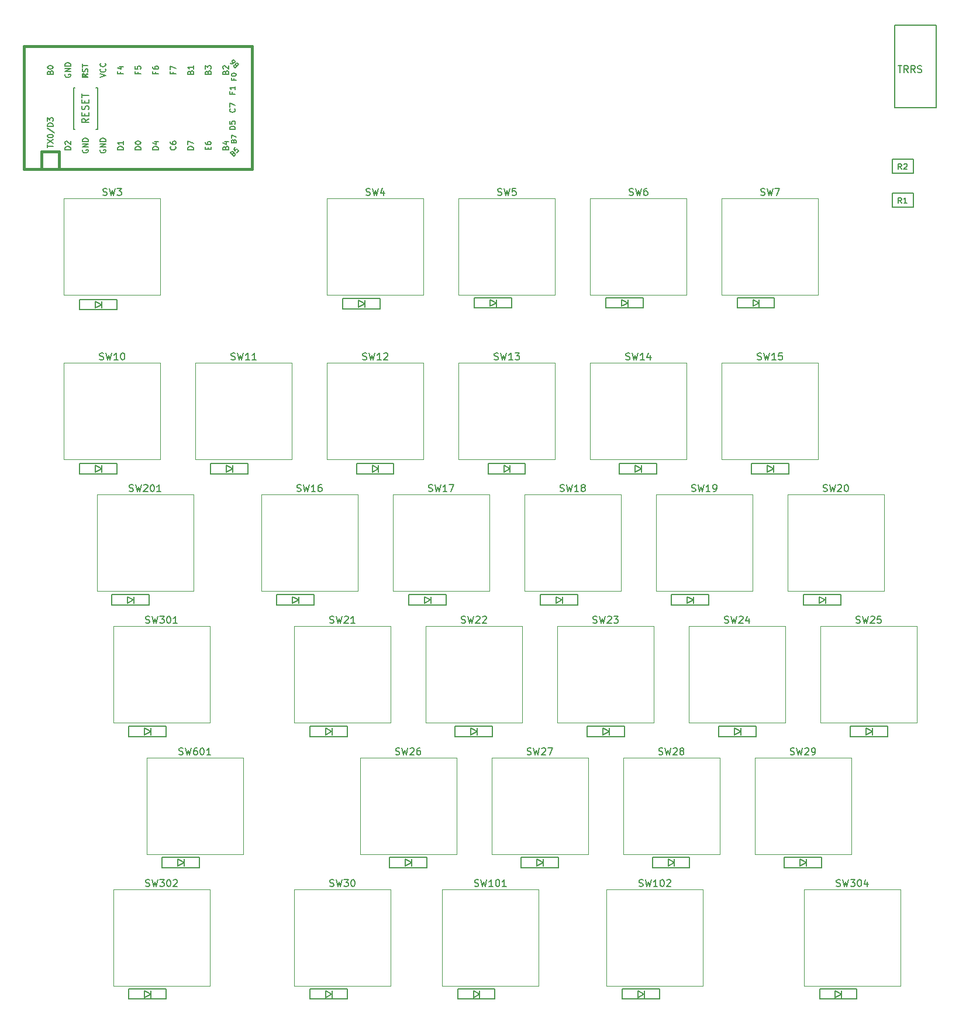
<source format=gto>
G04 #@! TF.GenerationSoftware,KiCad,Pcbnew,(5.1.8)-1*
G04 #@! TF.CreationDate,2020-12-12T14:40:11+09:00*
G04 #@! TF.ProjectId,keyboard-layouter-playground,6b657962-6f61-4726-942d-6c61796f7574,rev?*
G04 #@! TF.SameCoordinates,Original*
G04 #@! TF.FileFunction,Legend,Top*
G04 #@! TF.FilePolarity,Positive*
%FSLAX46Y46*%
G04 Gerber Fmt 4.6, Leading zero omitted, Abs format (unit mm)*
G04 Created by KiCad (PCBNEW (5.1.8)-1) date 2020-12-12 14:40:11*
%MOMM*%
%LPD*%
G01*
G04 APERTURE LIST*
%ADD10C,0.120000*%
%ADD11C,0.150000*%
%ADD12C,0.381000*%
G04 APERTURE END LIST*
D10*
X34205600Y-216027000D02*
X34205600Y-202057000D01*
X48175600Y-216027000D02*
X34205600Y-216027000D01*
X48175600Y-202057000D02*
X48175600Y-216027000D01*
X34205600Y-202057000D02*
X48175600Y-202057000D01*
X129381000Y-235077000D02*
X129381000Y-221107000D01*
X143351000Y-235077000D02*
X129381000Y-235077000D01*
X143351000Y-221107000D02*
X143351000Y-235077000D01*
X129381000Y-221107000D02*
X143351000Y-221107000D01*
X29369000Y-235077000D02*
X29369000Y-221107000D01*
X43339000Y-235077000D02*
X29369000Y-235077000D01*
X43339000Y-221107000D02*
X43339000Y-235077000D01*
X29369000Y-221107000D02*
X43339000Y-221107000D01*
X29369000Y-196977000D02*
X29369000Y-183007000D01*
X43339000Y-196977000D02*
X29369000Y-196977000D01*
X43339000Y-183007000D02*
X43339000Y-196977000D01*
X29369000Y-183007000D02*
X43339000Y-183007000D01*
X26988000Y-177927000D02*
X26988000Y-163957000D01*
X40958000Y-177927000D02*
X26988000Y-177927000D01*
X40958000Y-163957000D02*
X40958000Y-177927000D01*
X26988000Y-163957000D02*
X40958000Y-163957000D01*
X100806000Y-235077000D02*
X100806000Y-221107000D01*
X114776000Y-235077000D02*
X100806000Y-235077000D01*
X114776000Y-221107000D02*
X114776000Y-235077000D01*
X100806000Y-221107000D02*
X114776000Y-221107000D01*
X76993500Y-235077000D02*
X76993500Y-221107000D01*
X90963500Y-235077000D02*
X76993500Y-235077000D01*
X90963500Y-221107000D02*
X90963500Y-235077000D01*
X76993500Y-221107000D02*
X90963500Y-221107000D01*
X55562500Y-221107000D02*
X69532500Y-221107000D01*
X69532500Y-221107000D02*
X69532500Y-235077000D01*
X69532500Y-235077000D02*
X55562500Y-235077000D01*
X55562500Y-235077000D02*
X55562500Y-221107000D01*
X122237000Y-202057000D02*
X136207000Y-202057000D01*
X136207000Y-202057000D02*
X136207000Y-216027000D01*
X136207000Y-216027000D02*
X122237000Y-216027000D01*
X122237000Y-216027000D02*
X122237000Y-202057000D01*
X103187000Y-202057000D02*
X117157000Y-202057000D01*
X117157000Y-202057000D02*
X117157000Y-216027000D01*
X117157000Y-216027000D02*
X103187000Y-216027000D01*
X103187000Y-216027000D02*
X103187000Y-202057000D01*
X84137500Y-202057000D02*
X98107500Y-202057000D01*
X98107500Y-202057000D02*
X98107500Y-216027000D01*
X98107500Y-216027000D02*
X84137500Y-216027000D01*
X84137500Y-216027000D02*
X84137500Y-202057000D01*
X65087500Y-202057000D02*
X79057500Y-202057000D01*
X79057500Y-202057000D02*
X79057500Y-216027000D01*
X79057500Y-216027000D02*
X65087500Y-216027000D01*
X65087500Y-216027000D02*
X65087500Y-202057000D01*
X131763000Y-183007000D02*
X145733000Y-183007000D01*
X145733000Y-183007000D02*
X145733000Y-196977000D01*
X145733000Y-196977000D02*
X131763000Y-196977000D01*
X131763000Y-196977000D02*
X131763000Y-183007000D01*
X112713000Y-183007000D02*
X126683000Y-183007000D01*
X126683000Y-183007000D02*
X126683000Y-196977000D01*
X126683000Y-196977000D02*
X112713000Y-196977000D01*
X112713000Y-196977000D02*
X112713000Y-183007000D01*
X93663000Y-183007000D02*
X107633000Y-183007000D01*
X107633000Y-183007000D02*
X107633000Y-196977000D01*
X107633000Y-196977000D02*
X93663000Y-196977000D01*
X93663000Y-196977000D02*
X93663000Y-183007000D01*
X74612500Y-183007000D02*
X88582500Y-183007000D01*
X88582500Y-183007000D02*
X88582500Y-196977000D01*
X88582500Y-196977000D02*
X74612500Y-196977000D01*
X74612500Y-196977000D02*
X74612500Y-183007000D01*
X55562500Y-183007000D02*
X69532500Y-183007000D01*
X69532500Y-183007000D02*
X69532500Y-196977000D01*
X69532500Y-196977000D02*
X55562500Y-196977000D01*
X55562500Y-196977000D02*
X55562500Y-183007000D01*
X127000000Y-163957000D02*
X140970000Y-163957000D01*
X140970000Y-163957000D02*
X140970000Y-177927000D01*
X140970000Y-177927000D02*
X127000000Y-177927000D01*
X127000000Y-177927000D02*
X127000000Y-163957000D01*
X107950000Y-163957000D02*
X121920000Y-163957000D01*
X121920000Y-163957000D02*
X121920000Y-177927000D01*
X121920000Y-177927000D02*
X107950000Y-177927000D01*
X107950000Y-177927000D02*
X107950000Y-163957000D01*
X88900000Y-163957000D02*
X102870000Y-163957000D01*
X102870000Y-163957000D02*
X102870000Y-177927000D01*
X102870000Y-177927000D02*
X88900000Y-177927000D01*
X88900000Y-177927000D02*
X88900000Y-163957000D01*
X69850000Y-163957000D02*
X83820000Y-163957000D01*
X83820000Y-163957000D02*
X83820000Y-177927000D01*
X83820000Y-177927000D02*
X69850000Y-177927000D01*
X69850000Y-177927000D02*
X69850000Y-163957000D01*
X50800000Y-163957000D02*
X64770000Y-163957000D01*
X64770000Y-163957000D02*
X64770000Y-177927000D01*
X64770000Y-177927000D02*
X50800000Y-177927000D01*
X50800000Y-177927000D02*
X50800000Y-163957000D01*
X117475000Y-144907000D02*
X131445000Y-144907000D01*
X131445000Y-144907000D02*
X131445000Y-158877000D01*
X131445000Y-158877000D02*
X117475000Y-158877000D01*
X117475000Y-158877000D02*
X117475000Y-144907000D01*
X98425000Y-144907000D02*
X112395000Y-144907000D01*
X112395000Y-144907000D02*
X112395000Y-158877000D01*
X112395000Y-158877000D02*
X98425000Y-158877000D01*
X98425000Y-158877000D02*
X98425000Y-144907000D01*
X79375000Y-144907000D02*
X93345000Y-144907000D01*
X93345000Y-144907000D02*
X93345000Y-158877000D01*
X93345000Y-158877000D02*
X79375000Y-158877000D01*
X79375000Y-158877000D02*
X79375000Y-144907000D01*
X60325000Y-144907000D02*
X74295000Y-144907000D01*
X74295000Y-144907000D02*
X74295000Y-158877000D01*
X74295000Y-158877000D02*
X60325000Y-158877000D01*
X60325000Y-158877000D02*
X60325000Y-144907000D01*
X41275000Y-144907000D02*
X55245000Y-144907000D01*
X55245000Y-144907000D02*
X55245000Y-158877000D01*
X55245000Y-158877000D02*
X41275000Y-158877000D01*
X41275000Y-158877000D02*
X41275000Y-144907000D01*
X22225000Y-144907000D02*
X36195000Y-144907000D01*
X36195000Y-144907000D02*
X36195000Y-158877000D01*
X36195000Y-158877000D02*
X22225000Y-158877000D01*
X22225000Y-158877000D02*
X22225000Y-144907000D01*
X117475000Y-121095000D02*
X131445000Y-121095000D01*
X131445000Y-121095000D02*
X131445000Y-135065000D01*
X131445000Y-135065000D02*
X117475000Y-135065000D01*
X117475000Y-135065000D02*
X117475000Y-121095000D01*
X98425000Y-121095000D02*
X112395000Y-121095000D01*
X112395000Y-121095000D02*
X112395000Y-135065000D01*
X112395000Y-135065000D02*
X98425000Y-135065000D01*
X98425000Y-135065000D02*
X98425000Y-121095000D01*
X79375000Y-121095000D02*
X93345000Y-121095000D01*
X93345000Y-121095000D02*
X93345000Y-135065000D01*
X93345000Y-135065000D02*
X79375000Y-135065000D01*
X79375000Y-135065000D02*
X79375000Y-121095000D01*
X60325000Y-121095000D02*
X74295000Y-121095000D01*
X74295000Y-121095000D02*
X74295000Y-135065000D01*
X74295000Y-135065000D02*
X60325000Y-135065000D01*
X60325000Y-135065000D02*
X60325000Y-121095000D01*
X22225000Y-121095000D02*
X36195000Y-121095000D01*
X36195000Y-121095000D02*
X36195000Y-135065000D01*
X36195000Y-135065000D02*
X22225000Y-135065000D01*
X22225000Y-135065000D02*
X22225000Y-121095000D01*
D11*
X145201140Y-117450760D02*
X145201140Y-115449240D01*
X145201140Y-115449240D02*
X142198860Y-115449240D01*
X142198860Y-115449240D02*
X142198860Y-117450760D01*
X142198860Y-117450760D02*
X145201140Y-117450760D01*
X145201140Y-122350760D02*
X145201140Y-120349240D01*
X145201140Y-120349240D02*
X142198860Y-120349240D01*
X142198860Y-120349240D02*
X142198860Y-122350760D01*
X142198860Y-122350760D02*
X145201140Y-122350760D01*
X142500000Y-108000000D02*
X142500000Y-96000000D01*
X148500000Y-108000000D02*
X142500000Y-108000000D01*
X148500000Y-96000000D02*
X148500000Y-108000000D01*
X142500000Y-96000000D02*
X148500000Y-96000000D01*
D12*
X19010000Y-116890000D02*
X49490000Y-116890000D01*
X49490000Y-116890000D02*
X49490000Y-99110000D01*
X49490000Y-99110000D02*
X19010000Y-99110000D01*
X19010000Y-114350000D02*
X21550000Y-114350000D01*
X21550000Y-114350000D02*
X21550000Y-116890000D01*
D11*
G36*
X24889360Y-103068432D02*
G01*
X25189360Y-103068432D01*
X25189360Y-103168432D01*
X24889360Y-103168432D01*
X24889360Y-103068432D01*
G37*
X24889360Y-103068432D02*
X25189360Y-103068432D01*
X25189360Y-103168432D01*
X24889360Y-103168432D01*
X24889360Y-103068432D01*
G36*
X25289360Y-103268432D02*
G01*
X25389360Y-103268432D01*
X25389360Y-103368432D01*
X25289360Y-103368432D01*
X25289360Y-103268432D01*
G37*
X25289360Y-103268432D02*
X25389360Y-103268432D01*
X25389360Y-103368432D01*
X25289360Y-103368432D01*
X25289360Y-103268432D01*
G36*
X24889360Y-103068432D02*
G01*
X24989360Y-103068432D01*
X24989360Y-103568432D01*
X24889360Y-103568432D01*
X24889360Y-103068432D01*
G37*
X24889360Y-103068432D02*
X24989360Y-103068432D01*
X24989360Y-103568432D01*
X24889360Y-103568432D01*
X24889360Y-103068432D01*
G36*
X24889360Y-103468432D02*
G01*
X25689360Y-103468432D01*
X25689360Y-103568432D01*
X24889360Y-103568432D01*
X24889360Y-103468432D01*
G37*
X24889360Y-103468432D02*
X25689360Y-103468432D01*
X25689360Y-103568432D01*
X24889360Y-103568432D01*
X24889360Y-103468432D01*
G36*
X25489360Y-103068432D02*
G01*
X25689360Y-103068432D01*
X25689360Y-103168432D01*
X25489360Y-103168432D01*
X25489360Y-103068432D01*
G37*
X25489360Y-103068432D02*
X25689360Y-103068432D01*
X25689360Y-103168432D01*
X25489360Y-103168432D01*
X25489360Y-103068432D01*
D12*
X19010000Y-99110000D02*
X16470000Y-99110000D01*
X16470000Y-99110000D02*
X16470000Y-116890000D01*
X16470000Y-116890000D02*
X19010000Y-116890000D01*
X19010000Y-114350000D02*
X19010000Y-116890000D01*
D11*
X27100000Y-111100000D02*
X27100000Y-105100000D01*
X27100000Y-105100000D02*
X26850000Y-105100000D01*
X27100000Y-111100000D02*
X26850000Y-111100000D01*
X23600000Y-111100000D02*
X23850000Y-111100000D01*
X23600000Y-111100000D02*
X23600000Y-105100000D01*
X23600000Y-105100000D02*
X23850000Y-105100000D01*
X39617640Y-217219520D02*
X38717640Y-217719520D01*
X38717640Y-217719520D02*
X38717640Y-216719520D01*
X38717640Y-216719520D02*
X39617640Y-217219520D01*
X39634200Y-216722440D02*
X39634200Y-217722440D01*
X41833820Y-216461900D02*
X36433820Y-216461900D01*
X36433820Y-216461900D02*
X36433820Y-217961900D01*
X36433820Y-217961900D02*
X41833820Y-217961900D01*
X41833820Y-217961900D02*
X41833820Y-216461900D01*
X134817640Y-236219520D02*
X133917640Y-236719520D01*
X133917640Y-236719520D02*
X133917640Y-235719520D01*
X133917640Y-235719520D02*
X134817640Y-236219520D01*
X134834200Y-235722440D02*
X134834200Y-236722440D01*
X137033820Y-235461900D02*
X131633820Y-235461900D01*
X131633820Y-235461900D02*
X131633820Y-236961900D01*
X131633820Y-236961900D02*
X137033820Y-236961900D01*
X137033820Y-236961900D02*
X137033820Y-235461900D01*
X34817640Y-236219520D02*
X33917640Y-236719520D01*
X33917640Y-236719520D02*
X33917640Y-235719520D01*
X33917640Y-235719520D02*
X34817640Y-236219520D01*
X34834200Y-235722440D02*
X34834200Y-236722440D01*
X37033820Y-235461900D02*
X31633820Y-235461900D01*
X31633820Y-235461900D02*
X31633820Y-236961900D01*
X31633820Y-236961900D02*
X37033820Y-236961900D01*
X37033820Y-236961900D02*
X37033820Y-235461900D01*
X34817640Y-198219520D02*
X33917640Y-198719520D01*
X33917640Y-198719520D02*
X33917640Y-197719520D01*
X33917640Y-197719520D02*
X34817640Y-198219520D01*
X34834200Y-197722440D02*
X34834200Y-198722440D01*
X37033820Y-197461900D02*
X31633820Y-197461900D01*
X31633820Y-197461900D02*
X31633820Y-198961900D01*
X31633820Y-198961900D02*
X37033820Y-198961900D01*
X37033820Y-198961900D02*
X37033820Y-197461900D01*
X32317640Y-179219520D02*
X31417640Y-179719520D01*
X31417640Y-179719520D02*
X31417640Y-178719520D01*
X31417640Y-178719520D02*
X32317640Y-179219520D01*
X32334200Y-178722440D02*
X32334200Y-179722440D01*
X34533820Y-178461900D02*
X29133820Y-178461900D01*
X29133820Y-178461900D02*
X29133820Y-179961900D01*
X29133820Y-179961900D02*
X34533820Y-179961900D01*
X34533820Y-179961900D02*
X34533820Y-178461900D01*
X106217640Y-236219520D02*
X105317640Y-236719520D01*
X105317640Y-236719520D02*
X105317640Y-235719520D01*
X105317640Y-235719520D02*
X106217640Y-236219520D01*
X106234200Y-235722440D02*
X106234200Y-236722440D01*
X108433820Y-235461900D02*
X103033820Y-235461900D01*
X103033820Y-235461900D02*
X103033820Y-236961900D01*
X103033820Y-236961900D02*
X108433820Y-236961900D01*
X108433820Y-236961900D02*
X108433820Y-235461900D01*
X82417640Y-236219520D02*
X81517640Y-236719520D01*
X81517640Y-236719520D02*
X81517640Y-235719520D01*
X81517640Y-235719520D02*
X82417640Y-236219520D01*
X82434200Y-235722440D02*
X82434200Y-236722440D01*
X84633820Y-235461900D02*
X79233820Y-235461900D01*
X79233820Y-235461900D02*
X79233820Y-236961900D01*
X79233820Y-236961900D02*
X84633820Y-236961900D01*
X84633820Y-236961900D02*
X84633820Y-235461900D01*
X61017640Y-236219520D02*
X60117640Y-236719520D01*
X60117640Y-236719520D02*
X60117640Y-235719520D01*
X60117640Y-235719520D02*
X61017640Y-236219520D01*
X61034200Y-235722440D02*
X61034200Y-236722440D01*
X63233820Y-235461900D02*
X57833820Y-235461900D01*
X57833820Y-235461900D02*
X57833820Y-236961900D01*
X57833820Y-236961900D02*
X63233820Y-236961900D01*
X63233820Y-236961900D02*
X63233820Y-235461900D01*
X129717640Y-217219520D02*
X128817640Y-217719520D01*
X128817640Y-217719520D02*
X128817640Y-216719520D01*
X128817640Y-216719520D02*
X129717640Y-217219520D01*
X129734200Y-216722440D02*
X129734200Y-217722440D01*
X131933820Y-216461900D02*
X126533820Y-216461900D01*
X126533820Y-216461900D02*
X126533820Y-217961900D01*
X126533820Y-217961900D02*
X131933820Y-217961900D01*
X131933820Y-217961900D02*
X131933820Y-216461900D01*
X110617640Y-217219520D02*
X109717640Y-217719520D01*
X109717640Y-217719520D02*
X109717640Y-216719520D01*
X109717640Y-216719520D02*
X110617640Y-217219520D01*
X110634200Y-216722440D02*
X110634200Y-217722440D01*
X112833820Y-216461900D02*
X107433820Y-216461900D01*
X107433820Y-216461900D02*
X107433820Y-217961900D01*
X107433820Y-217961900D02*
X112833820Y-217961900D01*
X112833820Y-217961900D02*
X112833820Y-216461900D01*
X91617640Y-217219520D02*
X90717640Y-217719520D01*
X90717640Y-217719520D02*
X90717640Y-216719520D01*
X90717640Y-216719520D02*
X91617640Y-217219520D01*
X91634200Y-216722440D02*
X91634200Y-217722440D01*
X93833820Y-216461900D02*
X88433820Y-216461900D01*
X88433820Y-216461900D02*
X88433820Y-217961900D01*
X88433820Y-217961900D02*
X93833820Y-217961900D01*
X93833820Y-217961900D02*
X93833820Y-216461900D01*
X72567640Y-217219520D02*
X71667640Y-217719520D01*
X71667640Y-217719520D02*
X71667640Y-216719520D01*
X71667640Y-216719520D02*
X72567640Y-217219520D01*
X72584200Y-216722440D02*
X72584200Y-217722440D01*
X74783820Y-216461900D02*
X69383820Y-216461900D01*
X69383820Y-216461900D02*
X69383820Y-217961900D01*
X69383820Y-217961900D02*
X74783820Y-217961900D01*
X74783820Y-217961900D02*
X74783820Y-216461900D01*
X139267640Y-198219520D02*
X138367640Y-198719520D01*
X138367640Y-198719520D02*
X138367640Y-197719520D01*
X138367640Y-197719520D02*
X139267640Y-198219520D01*
X139284200Y-197722440D02*
X139284200Y-198722440D01*
X141483820Y-197461900D02*
X136083820Y-197461900D01*
X136083820Y-197461900D02*
X136083820Y-198961900D01*
X136083820Y-198961900D02*
X141483820Y-198961900D01*
X141483820Y-198961900D02*
X141483820Y-197461900D01*
X120217640Y-198219520D02*
X119317640Y-198719520D01*
X119317640Y-198719520D02*
X119317640Y-197719520D01*
X119317640Y-197719520D02*
X120217640Y-198219520D01*
X120234200Y-197722440D02*
X120234200Y-198722440D01*
X122433820Y-197461900D02*
X117033820Y-197461900D01*
X117033820Y-197461900D02*
X117033820Y-198961900D01*
X117033820Y-198961900D02*
X122433820Y-198961900D01*
X122433820Y-198961900D02*
X122433820Y-197461900D01*
X101167640Y-198219520D02*
X100267640Y-198719520D01*
X100267640Y-198719520D02*
X100267640Y-197719520D01*
X100267640Y-197719520D02*
X101167640Y-198219520D01*
X101184200Y-197722440D02*
X101184200Y-198722440D01*
X103383820Y-197461900D02*
X97983820Y-197461900D01*
X97983820Y-197461900D02*
X97983820Y-198961900D01*
X97983820Y-198961900D02*
X103383820Y-198961900D01*
X103383820Y-198961900D02*
X103383820Y-197461900D01*
X82067640Y-198219520D02*
X81167640Y-198719520D01*
X81167640Y-198719520D02*
X81167640Y-197719520D01*
X81167640Y-197719520D02*
X82067640Y-198219520D01*
X82084200Y-197722440D02*
X82084200Y-198722440D01*
X84283820Y-197461900D02*
X78883820Y-197461900D01*
X78883820Y-197461900D02*
X78883820Y-198961900D01*
X78883820Y-198961900D02*
X84283820Y-198961900D01*
X84283820Y-198961900D02*
X84283820Y-197461900D01*
X61017640Y-198219520D02*
X60117640Y-198719520D01*
X60117640Y-198719520D02*
X60117640Y-197719520D01*
X60117640Y-197719520D02*
X61017640Y-198219520D01*
X61034200Y-197722440D02*
X61034200Y-198722440D01*
X63233820Y-197461900D02*
X57833820Y-197461900D01*
X57833820Y-197461900D02*
X57833820Y-198961900D01*
X57833820Y-198961900D02*
X63233820Y-198961900D01*
X63233820Y-198961900D02*
X63233820Y-197461900D01*
X132467640Y-179219520D02*
X131567640Y-179719520D01*
X131567640Y-179719520D02*
X131567640Y-178719520D01*
X131567640Y-178719520D02*
X132467640Y-179219520D01*
X132484200Y-178722440D02*
X132484200Y-179722440D01*
X134683820Y-178461900D02*
X129283820Y-178461900D01*
X129283820Y-178461900D02*
X129283820Y-179961900D01*
X129283820Y-179961900D02*
X134683820Y-179961900D01*
X134683820Y-179961900D02*
X134683820Y-178461900D01*
X113367640Y-179219520D02*
X112467640Y-179719520D01*
X112467640Y-179719520D02*
X112467640Y-178719520D01*
X112467640Y-178719520D02*
X113367640Y-179219520D01*
X113384200Y-178722440D02*
X113384200Y-179722440D01*
X115583820Y-178461900D02*
X110183820Y-178461900D01*
X110183820Y-178461900D02*
X110183820Y-179961900D01*
X110183820Y-179961900D02*
X115583820Y-179961900D01*
X115583820Y-179961900D02*
X115583820Y-178461900D01*
X94367640Y-179219520D02*
X93467640Y-179719520D01*
X93467640Y-179719520D02*
X93467640Y-178719520D01*
X93467640Y-178719520D02*
X94367640Y-179219520D01*
X94384200Y-178722440D02*
X94384200Y-179722440D01*
X96583820Y-178461900D02*
X91183820Y-178461900D01*
X91183820Y-178461900D02*
X91183820Y-179961900D01*
X91183820Y-179961900D02*
X96583820Y-179961900D01*
X96583820Y-179961900D02*
X96583820Y-178461900D01*
X75317640Y-179219520D02*
X74417640Y-179719520D01*
X74417640Y-179719520D02*
X74417640Y-178719520D01*
X74417640Y-178719520D02*
X75317640Y-179219520D01*
X75334200Y-178722440D02*
X75334200Y-179722440D01*
X77533820Y-178461900D02*
X72133820Y-178461900D01*
X72133820Y-178461900D02*
X72133820Y-179961900D01*
X72133820Y-179961900D02*
X77533820Y-179961900D01*
X77533820Y-179961900D02*
X77533820Y-178461900D01*
X56217640Y-179219520D02*
X55317640Y-179719520D01*
X55317640Y-179719520D02*
X55317640Y-178719520D01*
X55317640Y-178719520D02*
X56217640Y-179219520D01*
X56234200Y-178722440D02*
X56234200Y-179722440D01*
X58433820Y-178461900D02*
X53033820Y-178461900D01*
X53033820Y-178461900D02*
X53033820Y-179961900D01*
X53033820Y-179961900D02*
X58433820Y-179961900D01*
X58433820Y-179961900D02*
X58433820Y-178461900D01*
X124967640Y-160219520D02*
X124067640Y-160719520D01*
X124067640Y-160719520D02*
X124067640Y-159719520D01*
X124067640Y-159719520D02*
X124967640Y-160219520D01*
X124984200Y-159722440D02*
X124984200Y-160722440D01*
X127183820Y-159461900D02*
X121783820Y-159461900D01*
X121783820Y-159461900D02*
X121783820Y-160961900D01*
X121783820Y-160961900D02*
X127183820Y-160961900D01*
X127183820Y-160961900D02*
X127183820Y-159461900D01*
X105817640Y-160219520D02*
X104917640Y-160719520D01*
X104917640Y-160719520D02*
X104917640Y-159719520D01*
X104917640Y-159719520D02*
X105817640Y-160219520D01*
X105834200Y-159722440D02*
X105834200Y-160722440D01*
X108033820Y-159461900D02*
X102633820Y-159461900D01*
X102633820Y-159461900D02*
X102633820Y-160961900D01*
X102633820Y-160961900D02*
X108033820Y-160961900D01*
X108033820Y-160961900D02*
X108033820Y-159461900D01*
X86817640Y-160219520D02*
X85917640Y-160719520D01*
X85917640Y-160719520D02*
X85917640Y-159719520D01*
X85917640Y-159719520D02*
X86817640Y-160219520D01*
X86834200Y-159722440D02*
X86834200Y-160722440D01*
X89033820Y-159461900D02*
X83633820Y-159461900D01*
X83633820Y-159461900D02*
X83633820Y-160961900D01*
X83633820Y-160961900D02*
X89033820Y-160961900D01*
X89033820Y-160961900D02*
X89033820Y-159461900D01*
X67767640Y-160219520D02*
X66867640Y-160719520D01*
X66867640Y-160719520D02*
X66867640Y-159719520D01*
X66867640Y-159719520D02*
X67767640Y-160219520D01*
X67784200Y-159722440D02*
X67784200Y-160722440D01*
X69983820Y-159461900D02*
X64583820Y-159461900D01*
X64583820Y-159461900D02*
X64583820Y-160961900D01*
X64583820Y-160961900D02*
X69983820Y-160961900D01*
X69983820Y-160961900D02*
X69983820Y-159461900D01*
X46667640Y-160219520D02*
X45767640Y-160719520D01*
X45767640Y-160719520D02*
X45767640Y-159719520D01*
X45767640Y-159719520D02*
X46667640Y-160219520D01*
X46684200Y-159722440D02*
X46684200Y-160722440D01*
X48883820Y-159461900D02*
X43483820Y-159461900D01*
X43483820Y-159461900D02*
X43483820Y-160961900D01*
X43483820Y-160961900D02*
X48883820Y-160961900D01*
X48883820Y-160961900D02*
X48883820Y-159461900D01*
X27667640Y-160219520D02*
X26767640Y-160719520D01*
X26767640Y-160719520D02*
X26767640Y-159719520D01*
X26767640Y-159719520D02*
X27667640Y-160219520D01*
X27684200Y-159722440D02*
X27684200Y-160722440D01*
X29883820Y-159461900D02*
X24483820Y-159461900D01*
X24483820Y-159461900D02*
X24483820Y-160961900D01*
X24483820Y-160961900D02*
X29883820Y-160961900D01*
X29883820Y-160961900D02*
X29883820Y-159461900D01*
X122892640Y-136219520D02*
X121992640Y-136719520D01*
X121992640Y-136719520D02*
X121992640Y-135719520D01*
X121992640Y-135719520D02*
X122892640Y-136219520D01*
X122909200Y-135722440D02*
X122909200Y-136722440D01*
X125108820Y-135461900D02*
X119708820Y-135461900D01*
X119708820Y-135461900D02*
X119708820Y-136961900D01*
X119708820Y-136961900D02*
X125108820Y-136961900D01*
X125108820Y-136961900D02*
X125108820Y-135461900D01*
X103867640Y-136219520D02*
X102967640Y-136719520D01*
X102967640Y-136719520D02*
X102967640Y-135719520D01*
X102967640Y-135719520D02*
X103867640Y-136219520D01*
X103884200Y-135722440D02*
X103884200Y-136722440D01*
X106083820Y-135461900D02*
X100683820Y-135461900D01*
X100683820Y-135461900D02*
X100683820Y-136961900D01*
X100683820Y-136961900D02*
X106083820Y-136961900D01*
X106083820Y-136961900D02*
X106083820Y-135461900D01*
X84817640Y-136219520D02*
X83917640Y-136719520D01*
X83917640Y-136719520D02*
X83917640Y-135719520D01*
X83917640Y-135719520D02*
X84817640Y-136219520D01*
X84834200Y-135722440D02*
X84834200Y-136722440D01*
X87033820Y-135461900D02*
X81633820Y-135461900D01*
X81633820Y-135461900D02*
X81633820Y-136961900D01*
X81633820Y-136961900D02*
X87033820Y-136961900D01*
X87033820Y-136961900D02*
X87033820Y-135461900D01*
X65767640Y-136319520D02*
X64867640Y-136819520D01*
X64867640Y-136819520D02*
X64867640Y-135819520D01*
X64867640Y-135819520D02*
X65767640Y-136319520D01*
X65784200Y-135822440D02*
X65784200Y-136822440D01*
X67983820Y-135561900D02*
X62583820Y-135561900D01*
X62583820Y-135561900D02*
X62583820Y-137061900D01*
X62583820Y-137061900D02*
X67983820Y-137061900D01*
X67983820Y-137061900D02*
X67983820Y-135561900D01*
X27667640Y-136469520D02*
X26767640Y-136969520D01*
X26767640Y-136969520D02*
X26767640Y-135969520D01*
X26767640Y-135969520D02*
X27667640Y-136469520D01*
X27684200Y-135972440D02*
X27684200Y-136972440D01*
X29883820Y-135711900D02*
X24483820Y-135711900D01*
X24483820Y-135711900D02*
X24483820Y-137211900D01*
X24483820Y-137211900D02*
X29883820Y-137211900D01*
X29883820Y-137211900D02*
X29883820Y-135711900D01*
X38904885Y-201572761D02*
X39047742Y-201620380D01*
X39285838Y-201620380D01*
X39381076Y-201572761D01*
X39428695Y-201525142D01*
X39476314Y-201429904D01*
X39476314Y-201334666D01*
X39428695Y-201239428D01*
X39381076Y-201191809D01*
X39285838Y-201144190D01*
X39095361Y-201096571D01*
X39000123Y-201048952D01*
X38952504Y-201001333D01*
X38904885Y-200906095D01*
X38904885Y-200810857D01*
X38952504Y-200715619D01*
X39000123Y-200668000D01*
X39095361Y-200620380D01*
X39333457Y-200620380D01*
X39476314Y-200668000D01*
X39809647Y-200620380D02*
X40047742Y-201620380D01*
X40238219Y-200906095D01*
X40428695Y-201620380D01*
X40666790Y-200620380D01*
X41476314Y-200620380D02*
X41285838Y-200620380D01*
X41190600Y-200668000D01*
X41142980Y-200715619D01*
X41047742Y-200858476D01*
X41000123Y-201048952D01*
X41000123Y-201429904D01*
X41047742Y-201525142D01*
X41095361Y-201572761D01*
X41190600Y-201620380D01*
X41381076Y-201620380D01*
X41476314Y-201572761D01*
X41523933Y-201525142D01*
X41571552Y-201429904D01*
X41571552Y-201191809D01*
X41523933Y-201096571D01*
X41476314Y-201048952D01*
X41381076Y-201001333D01*
X41190600Y-201001333D01*
X41095361Y-201048952D01*
X41047742Y-201096571D01*
X41000123Y-201191809D01*
X42190600Y-200620380D02*
X42285838Y-200620380D01*
X42381076Y-200668000D01*
X42428695Y-200715619D01*
X42476314Y-200810857D01*
X42523933Y-201001333D01*
X42523933Y-201239428D01*
X42476314Y-201429904D01*
X42428695Y-201525142D01*
X42381076Y-201572761D01*
X42285838Y-201620380D01*
X42190600Y-201620380D01*
X42095361Y-201572761D01*
X42047742Y-201525142D01*
X42000123Y-201429904D01*
X41952504Y-201239428D01*
X41952504Y-201001333D01*
X42000123Y-200810857D01*
X42047742Y-200715619D01*
X42095361Y-200668000D01*
X42190600Y-200620380D01*
X43476314Y-201620380D02*
X42904885Y-201620380D01*
X43190600Y-201620380D02*
X43190600Y-200620380D01*
X43095361Y-200763238D01*
X43000123Y-200858476D01*
X42904885Y-200906095D01*
X134080285Y-220622761D02*
X134223142Y-220670380D01*
X134461238Y-220670380D01*
X134556476Y-220622761D01*
X134604095Y-220575142D01*
X134651714Y-220479904D01*
X134651714Y-220384666D01*
X134604095Y-220289428D01*
X134556476Y-220241809D01*
X134461238Y-220194190D01*
X134270761Y-220146571D01*
X134175523Y-220098952D01*
X134127904Y-220051333D01*
X134080285Y-219956095D01*
X134080285Y-219860857D01*
X134127904Y-219765619D01*
X134175523Y-219718000D01*
X134270761Y-219670380D01*
X134508857Y-219670380D01*
X134651714Y-219718000D01*
X134985047Y-219670380D02*
X135223142Y-220670380D01*
X135413619Y-219956095D01*
X135604095Y-220670380D01*
X135842190Y-219670380D01*
X136127904Y-219670380D02*
X136746952Y-219670380D01*
X136413619Y-220051333D01*
X136556476Y-220051333D01*
X136651714Y-220098952D01*
X136699333Y-220146571D01*
X136746952Y-220241809D01*
X136746952Y-220479904D01*
X136699333Y-220575142D01*
X136651714Y-220622761D01*
X136556476Y-220670380D01*
X136270761Y-220670380D01*
X136175523Y-220622761D01*
X136127904Y-220575142D01*
X137366000Y-219670380D02*
X137461238Y-219670380D01*
X137556476Y-219718000D01*
X137604095Y-219765619D01*
X137651714Y-219860857D01*
X137699333Y-220051333D01*
X137699333Y-220289428D01*
X137651714Y-220479904D01*
X137604095Y-220575142D01*
X137556476Y-220622761D01*
X137461238Y-220670380D01*
X137366000Y-220670380D01*
X137270761Y-220622761D01*
X137223142Y-220575142D01*
X137175523Y-220479904D01*
X137127904Y-220289428D01*
X137127904Y-220051333D01*
X137175523Y-219860857D01*
X137223142Y-219765619D01*
X137270761Y-219718000D01*
X137366000Y-219670380D01*
X138556476Y-220003714D02*
X138556476Y-220670380D01*
X138318380Y-219622761D02*
X138080285Y-220337047D01*
X138699333Y-220337047D01*
X34068285Y-220622761D02*
X34211142Y-220670380D01*
X34449238Y-220670380D01*
X34544476Y-220622761D01*
X34592095Y-220575142D01*
X34639714Y-220479904D01*
X34639714Y-220384666D01*
X34592095Y-220289428D01*
X34544476Y-220241809D01*
X34449238Y-220194190D01*
X34258761Y-220146571D01*
X34163523Y-220098952D01*
X34115904Y-220051333D01*
X34068285Y-219956095D01*
X34068285Y-219860857D01*
X34115904Y-219765619D01*
X34163523Y-219718000D01*
X34258761Y-219670380D01*
X34496857Y-219670380D01*
X34639714Y-219718000D01*
X34973047Y-219670380D02*
X35211142Y-220670380D01*
X35401619Y-219956095D01*
X35592095Y-220670380D01*
X35830190Y-219670380D01*
X36115904Y-219670380D02*
X36734952Y-219670380D01*
X36401619Y-220051333D01*
X36544476Y-220051333D01*
X36639714Y-220098952D01*
X36687333Y-220146571D01*
X36734952Y-220241809D01*
X36734952Y-220479904D01*
X36687333Y-220575142D01*
X36639714Y-220622761D01*
X36544476Y-220670380D01*
X36258761Y-220670380D01*
X36163523Y-220622761D01*
X36115904Y-220575142D01*
X37354000Y-219670380D02*
X37449238Y-219670380D01*
X37544476Y-219718000D01*
X37592095Y-219765619D01*
X37639714Y-219860857D01*
X37687333Y-220051333D01*
X37687333Y-220289428D01*
X37639714Y-220479904D01*
X37592095Y-220575142D01*
X37544476Y-220622761D01*
X37449238Y-220670380D01*
X37354000Y-220670380D01*
X37258761Y-220622761D01*
X37211142Y-220575142D01*
X37163523Y-220479904D01*
X37115904Y-220289428D01*
X37115904Y-220051333D01*
X37163523Y-219860857D01*
X37211142Y-219765619D01*
X37258761Y-219718000D01*
X37354000Y-219670380D01*
X38068285Y-219765619D02*
X38115904Y-219718000D01*
X38211142Y-219670380D01*
X38449238Y-219670380D01*
X38544476Y-219718000D01*
X38592095Y-219765619D01*
X38639714Y-219860857D01*
X38639714Y-219956095D01*
X38592095Y-220098952D01*
X38020666Y-220670380D01*
X38639714Y-220670380D01*
X34068285Y-182522761D02*
X34211142Y-182570380D01*
X34449238Y-182570380D01*
X34544476Y-182522761D01*
X34592095Y-182475142D01*
X34639714Y-182379904D01*
X34639714Y-182284666D01*
X34592095Y-182189428D01*
X34544476Y-182141809D01*
X34449238Y-182094190D01*
X34258761Y-182046571D01*
X34163523Y-181998952D01*
X34115904Y-181951333D01*
X34068285Y-181856095D01*
X34068285Y-181760857D01*
X34115904Y-181665619D01*
X34163523Y-181618000D01*
X34258761Y-181570380D01*
X34496857Y-181570380D01*
X34639714Y-181618000D01*
X34973047Y-181570380D02*
X35211142Y-182570380D01*
X35401619Y-181856095D01*
X35592095Y-182570380D01*
X35830190Y-181570380D01*
X36115904Y-181570380D02*
X36734952Y-181570380D01*
X36401619Y-181951333D01*
X36544476Y-181951333D01*
X36639714Y-181998952D01*
X36687333Y-182046571D01*
X36734952Y-182141809D01*
X36734952Y-182379904D01*
X36687333Y-182475142D01*
X36639714Y-182522761D01*
X36544476Y-182570380D01*
X36258761Y-182570380D01*
X36163523Y-182522761D01*
X36115904Y-182475142D01*
X37354000Y-181570380D02*
X37449238Y-181570380D01*
X37544476Y-181618000D01*
X37592095Y-181665619D01*
X37639714Y-181760857D01*
X37687333Y-181951333D01*
X37687333Y-182189428D01*
X37639714Y-182379904D01*
X37592095Y-182475142D01*
X37544476Y-182522761D01*
X37449238Y-182570380D01*
X37354000Y-182570380D01*
X37258761Y-182522761D01*
X37211142Y-182475142D01*
X37163523Y-182379904D01*
X37115904Y-182189428D01*
X37115904Y-181951333D01*
X37163523Y-181760857D01*
X37211142Y-181665619D01*
X37258761Y-181618000D01*
X37354000Y-181570380D01*
X38639714Y-182570380D02*
X38068285Y-182570380D01*
X38354000Y-182570380D02*
X38354000Y-181570380D01*
X38258761Y-181713238D01*
X38163523Y-181808476D01*
X38068285Y-181856095D01*
X31687285Y-163472761D02*
X31830142Y-163520380D01*
X32068238Y-163520380D01*
X32163476Y-163472761D01*
X32211095Y-163425142D01*
X32258714Y-163329904D01*
X32258714Y-163234666D01*
X32211095Y-163139428D01*
X32163476Y-163091809D01*
X32068238Y-163044190D01*
X31877761Y-162996571D01*
X31782523Y-162948952D01*
X31734904Y-162901333D01*
X31687285Y-162806095D01*
X31687285Y-162710857D01*
X31734904Y-162615619D01*
X31782523Y-162568000D01*
X31877761Y-162520380D01*
X32115857Y-162520380D01*
X32258714Y-162568000D01*
X32592047Y-162520380D02*
X32830142Y-163520380D01*
X33020619Y-162806095D01*
X33211095Y-163520380D01*
X33449190Y-162520380D01*
X33782523Y-162615619D02*
X33830142Y-162568000D01*
X33925380Y-162520380D01*
X34163476Y-162520380D01*
X34258714Y-162568000D01*
X34306333Y-162615619D01*
X34353952Y-162710857D01*
X34353952Y-162806095D01*
X34306333Y-162948952D01*
X33734904Y-163520380D01*
X34353952Y-163520380D01*
X34973000Y-162520380D02*
X35068238Y-162520380D01*
X35163476Y-162568000D01*
X35211095Y-162615619D01*
X35258714Y-162710857D01*
X35306333Y-162901333D01*
X35306333Y-163139428D01*
X35258714Y-163329904D01*
X35211095Y-163425142D01*
X35163476Y-163472761D01*
X35068238Y-163520380D01*
X34973000Y-163520380D01*
X34877761Y-163472761D01*
X34830142Y-163425142D01*
X34782523Y-163329904D01*
X34734904Y-163139428D01*
X34734904Y-162901333D01*
X34782523Y-162710857D01*
X34830142Y-162615619D01*
X34877761Y-162568000D01*
X34973000Y-162520380D01*
X36258714Y-163520380D02*
X35687285Y-163520380D01*
X35973000Y-163520380D02*
X35973000Y-162520380D01*
X35877761Y-162663238D01*
X35782523Y-162758476D01*
X35687285Y-162806095D01*
X105505285Y-220622761D02*
X105648142Y-220670380D01*
X105886238Y-220670380D01*
X105981476Y-220622761D01*
X106029095Y-220575142D01*
X106076714Y-220479904D01*
X106076714Y-220384666D01*
X106029095Y-220289428D01*
X105981476Y-220241809D01*
X105886238Y-220194190D01*
X105695761Y-220146571D01*
X105600523Y-220098952D01*
X105552904Y-220051333D01*
X105505285Y-219956095D01*
X105505285Y-219860857D01*
X105552904Y-219765619D01*
X105600523Y-219718000D01*
X105695761Y-219670380D01*
X105933857Y-219670380D01*
X106076714Y-219718000D01*
X106410047Y-219670380D02*
X106648142Y-220670380D01*
X106838619Y-219956095D01*
X107029095Y-220670380D01*
X107267190Y-219670380D01*
X108171952Y-220670380D02*
X107600523Y-220670380D01*
X107886238Y-220670380D02*
X107886238Y-219670380D01*
X107791000Y-219813238D01*
X107695761Y-219908476D01*
X107600523Y-219956095D01*
X108791000Y-219670380D02*
X108886238Y-219670380D01*
X108981476Y-219718000D01*
X109029095Y-219765619D01*
X109076714Y-219860857D01*
X109124333Y-220051333D01*
X109124333Y-220289428D01*
X109076714Y-220479904D01*
X109029095Y-220575142D01*
X108981476Y-220622761D01*
X108886238Y-220670380D01*
X108791000Y-220670380D01*
X108695761Y-220622761D01*
X108648142Y-220575142D01*
X108600523Y-220479904D01*
X108552904Y-220289428D01*
X108552904Y-220051333D01*
X108600523Y-219860857D01*
X108648142Y-219765619D01*
X108695761Y-219718000D01*
X108791000Y-219670380D01*
X109505285Y-219765619D02*
X109552904Y-219718000D01*
X109648142Y-219670380D01*
X109886238Y-219670380D01*
X109981476Y-219718000D01*
X110029095Y-219765619D01*
X110076714Y-219860857D01*
X110076714Y-219956095D01*
X110029095Y-220098952D01*
X109457666Y-220670380D01*
X110076714Y-220670380D01*
X81692785Y-220622761D02*
X81835642Y-220670380D01*
X82073738Y-220670380D01*
X82168976Y-220622761D01*
X82216595Y-220575142D01*
X82264214Y-220479904D01*
X82264214Y-220384666D01*
X82216595Y-220289428D01*
X82168976Y-220241809D01*
X82073738Y-220194190D01*
X81883261Y-220146571D01*
X81788023Y-220098952D01*
X81740404Y-220051333D01*
X81692785Y-219956095D01*
X81692785Y-219860857D01*
X81740404Y-219765619D01*
X81788023Y-219718000D01*
X81883261Y-219670380D01*
X82121357Y-219670380D01*
X82264214Y-219718000D01*
X82597547Y-219670380D02*
X82835642Y-220670380D01*
X83026119Y-219956095D01*
X83216595Y-220670380D01*
X83454690Y-219670380D01*
X84359452Y-220670380D02*
X83788023Y-220670380D01*
X84073738Y-220670380D02*
X84073738Y-219670380D01*
X83978500Y-219813238D01*
X83883261Y-219908476D01*
X83788023Y-219956095D01*
X84978500Y-219670380D02*
X85073738Y-219670380D01*
X85168976Y-219718000D01*
X85216595Y-219765619D01*
X85264214Y-219860857D01*
X85311833Y-220051333D01*
X85311833Y-220289428D01*
X85264214Y-220479904D01*
X85216595Y-220575142D01*
X85168976Y-220622761D01*
X85073738Y-220670380D01*
X84978500Y-220670380D01*
X84883261Y-220622761D01*
X84835642Y-220575142D01*
X84788023Y-220479904D01*
X84740404Y-220289428D01*
X84740404Y-220051333D01*
X84788023Y-219860857D01*
X84835642Y-219765619D01*
X84883261Y-219718000D01*
X84978500Y-219670380D01*
X86264214Y-220670380D02*
X85692785Y-220670380D01*
X85978500Y-220670380D02*
X85978500Y-219670380D01*
X85883261Y-219813238D01*
X85788023Y-219908476D01*
X85692785Y-219956095D01*
X60737976Y-220622761D02*
X60880833Y-220670380D01*
X61118928Y-220670380D01*
X61214166Y-220622761D01*
X61261785Y-220575142D01*
X61309404Y-220479904D01*
X61309404Y-220384666D01*
X61261785Y-220289428D01*
X61214166Y-220241809D01*
X61118928Y-220194190D01*
X60928452Y-220146571D01*
X60833214Y-220098952D01*
X60785595Y-220051333D01*
X60737976Y-219956095D01*
X60737976Y-219860857D01*
X60785595Y-219765619D01*
X60833214Y-219718000D01*
X60928452Y-219670380D01*
X61166547Y-219670380D01*
X61309404Y-219718000D01*
X61642738Y-219670380D02*
X61880833Y-220670380D01*
X62071309Y-219956095D01*
X62261785Y-220670380D01*
X62499880Y-219670380D01*
X62785595Y-219670380D02*
X63404642Y-219670380D01*
X63071309Y-220051333D01*
X63214166Y-220051333D01*
X63309404Y-220098952D01*
X63357023Y-220146571D01*
X63404642Y-220241809D01*
X63404642Y-220479904D01*
X63357023Y-220575142D01*
X63309404Y-220622761D01*
X63214166Y-220670380D01*
X62928452Y-220670380D01*
X62833214Y-220622761D01*
X62785595Y-220575142D01*
X64023690Y-219670380D02*
X64118928Y-219670380D01*
X64214166Y-219718000D01*
X64261785Y-219765619D01*
X64309404Y-219860857D01*
X64357023Y-220051333D01*
X64357023Y-220289428D01*
X64309404Y-220479904D01*
X64261785Y-220575142D01*
X64214166Y-220622761D01*
X64118928Y-220670380D01*
X64023690Y-220670380D01*
X63928452Y-220622761D01*
X63880833Y-220575142D01*
X63833214Y-220479904D01*
X63785595Y-220289428D01*
X63785595Y-220051333D01*
X63833214Y-219860857D01*
X63880833Y-219765619D01*
X63928452Y-219718000D01*
X64023690Y-219670380D01*
X127412476Y-201572761D02*
X127555333Y-201620380D01*
X127793428Y-201620380D01*
X127888666Y-201572761D01*
X127936285Y-201525142D01*
X127983904Y-201429904D01*
X127983904Y-201334666D01*
X127936285Y-201239428D01*
X127888666Y-201191809D01*
X127793428Y-201144190D01*
X127602952Y-201096571D01*
X127507714Y-201048952D01*
X127460095Y-201001333D01*
X127412476Y-200906095D01*
X127412476Y-200810857D01*
X127460095Y-200715619D01*
X127507714Y-200668000D01*
X127602952Y-200620380D01*
X127841047Y-200620380D01*
X127983904Y-200668000D01*
X128317238Y-200620380D02*
X128555333Y-201620380D01*
X128745809Y-200906095D01*
X128936285Y-201620380D01*
X129174380Y-200620380D01*
X129507714Y-200715619D02*
X129555333Y-200668000D01*
X129650571Y-200620380D01*
X129888666Y-200620380D01*
X129983904Y-200668000D01*
X130031523Y-200715619D01*
X130079142Y-200810857D01*
X130079142Y-200906095D01*
X130031523Y-201048952D01*
X129460095Y-201620380D01*
X130079142Y-201620380D01*
X130555333Y-201620380D02*
X130745809Y-201620380D01*
X130841047Y-201572761D01*
X130888666Y-201525142D01*
X130983904Y-201382285D01*
X131031523Y-201191809D01*
X131031523Y-200810857D01*
X130983904Y-200715619D01*
X130936285Y-200668000D01*
X130841047Y-200620380D01*
X130650571Y-200620380D01*
X130555333Y-200668000D01*
X130507714Y-200715619D01*
X130460095Y-200810857D01*
X130460095Y-201048952D01*
X130507714Y-201144190D01*
X130555333Y-201191809D01*
X130650571Y-201239428D01*
X130841047Y-201239428D01*
X130936285Y-201191809D01*
X130983904Y-201144190D01*
X131031523Y-201048952D01*
X108362476Y-201572761D02*
X108505333Y-201620380D01*
X108743428Y-201620380D01*
X108838666Y-201572761D01*
X108886285Y-201525142D01*
X108933904Y-201429904D01*
X108933904Y-201334666D01*
X108886285Y-201239428D01*
X108838666Y-201191809D01*
X108743428Y-201144190D01*
X108552952Y-201096571D01*
X108457714Y-201048952D01*
X108410095Y-201001333D01*
X108362476Y-200906095D01*
X108362476Y-200810857D01*
X108410095Y-200715619D01*
X108457714Y-200668000D01*
X108552952Y-200620380D01*
X108791047Y-200620380D01*
X108933904Y-200668000D01*
X109267238Y-200620380D02*
X109505333Y-201620380D01*
X109695809Y-200906095D01*
X109886285Y-201620380D01*
X110124380Y-200620380D01*
X110457714Y-200715619D02*
X110505333Y-200668000D01*
X110600571Y-200620380D01*
X110838666Y-200620380D01*
X110933904Y-200668000D01*
X110981523Y-200715619D01*
X111029142Y-200810857D01*
X111029142Y-200906095D01*
X110981523Y-201048952D01*
X110410095Y-201620380D01*
X111029142Y-201620380D01*
X111600571Y-201048952D02*
X111505333Y-201001333D01*
X111457714Y-200953714D01*
X111410095Y-200858476D01*
X111410095Y-200810857D01*
X111457714Y-200715619D01*
X111505333Y-200668000D01*
X111600571Y-200620380D01*
X111791047Y-200620380D01*
X111886285Y-200668000D01*
X111933904Y-200715619D01*
X111981523Y-200810857D01*
X111981523Y-200858476D01*
X111933904Y-200953714D01*
X111886285Y-201001333D01*
X111791047Y-201048952D01*
X111600571Y-201048952D01*
X111505333Y-201096571D01*
X111457714Y-201144190D01*
X111410095Y-201239428D01*
X111410095Y-201429904D01*
X111457714Y-201525142D01*
X111505333Y-201572761D01*
X111600571Y-201620380D01*
X111791047Y-201620380D01*
X111886285Y-201572761D01*
X111933904Y-201525142D01*
X111981523Y-201429904D01*
X111981523Y-201239428D01*
X111933904Y-201144190D01*
X111886285Y-201096571D01*
X111791047Y-201048952D01*
X89312976Y-201572761D02*
X89455833Y-201620380D01*
X89693928Y-201620380D01*
X89789166Y-201572761D01*
X89836785Y-201525142D01*
X89884404Y-201429904D01*
X89884404Y-201334666D01*
X89836785Y-201239428D01*
X89789166Y-201191809D01*
X89693928Y-201144190D01*
X89503452Y-201096571D01*
X89408214Y-201048952D01*
X89360595Y-201001333D01*
X89312976Y-200906095D01*
X89312976Y-200810857D01*
X89360595Y-200715619D01*
X89408214Y-200668000D01*
X89503452Y-200620380D01*
X89741547Y-200620380D01*
X89884404Y-200668000D01*
X90217738Y-200620380D02*
X90455833Y-201620380D01*
X90646309Y-200906095D01*
X90836785Y-201620380D01*
X91074880Y-200620380D01*
X91408214Y-200715619D02*
X91455833Y-200668000D01*
X91551071Y-200620380D01*
X91789166Y-200620380D01*
X91884404Y-200668000D01*
X91932023Y-200715619D01*
X91979642Y-200810857D01*
X91979642Y-200906095D01*
X91932023Y-201048952D01*
X91360595Y-201620380D01*
X91979642Y-201620380D01*
X92312976Y-200620380D02*
X92979642Y-200620380D01*
X92551071Y-201620380D01*
X70262976Y-201572761D02*
X70405833Y-201620380D01*
X70643928Y-201620380D01*
X70739166Y-201572761D01*
X70786785Y-201525142D01*
X70834404Y-201429904D01*
X70834404Y-201334666D01*
X70786785Y-201239428D01*
X70739166Y-201191809D01*
X70643928Y-201144190D01*
X70453452Y-201096571D01*
X70358214Y-201048952D01*
X70310595Y-201001333D01*
X70262976Y-200906095D01*
X70262976Y-200810857D01*
X70310595Y-200715619D01*
X70358214Y-200668000D01*
X70453452Y-200620380D01*
X70691547Y-200620380D01*
X70834404Y-200668000D01*
X71167738Y-200620380D02*
X71405833Y-201620380D01*
X71596309Y-200906095D01*
X71786785Y-201620380D01*
X72024880Y-200620380D01*
X72358214Y-200715619D02*
X72405833Y-200668000D01*
X72501071Y-200620380D01*
X72739166Y-200620380D01*
X72834404Y-200668000D01*
X72882023Y-200715619D01*
X72929642Y-200810857D01*
X72929642Y-200906095D01*
X72882023Y-201048952D01*
X72310595Y-201620380D01*
X72929642Y-201620380D01*
X73786785Y-200620380D02*
X73596309Y-200620380D01*
X73501071Y-200668000D01*
X73453452Y-200715619D01*
X73358214Y-200858476D01*
X73310595Y-201048952D01*
X73310595Y-201429904D01*
X73358214Y-201525142D01*
X73405833Y-201572761D01*
X73501071Y-201620380D01*
X73691547Y-201620380D01*
X73786785Y-201572761D01*
X73834404Y-201525142D01*
X73882023Y-201429904D01*
X73882023Y-201191809D01*
X73834404Y-201096571D01*
X73786785Y-201048952D01*
X73691547Y-201001333D01*
X73501071Y-201001333D01*
X73405833Y-201048952D01*
X73358214Y-201096571D01*
X73310595Y-201191809D01*
X136938476Y-182522761D02*
X137081333Y-182570380D01*
X137319428Y-182570380D01*
X137414666Y-182522761D01*
X137462285Y-182475142D01*
X137509904Y-182379904D01*
X137509904Y-182284666D01*
X137462285Y-182189428D01*
X137414666Y-182141809D01*
X137319428Y-182094190D01*
X137128952Y-182046571D01*
X137033714Y-181998952D01*
X136986095Y-181951333D01*
X136938476Y-181856095D01*
X136938476Y-181760857D01*
X136986095Y-181665619D01*
X137033714Y-181618000D01*
X137128952Y-181570380D01*
X137367047Y-181570380D01*
X137509904Y-181618000D01*
X137843238Y-181570380D02*
X138081333Y-182570380D01*
X138271809Y-181856095D01*
X138462285Y-182570380D01*
X138700380Y-181570380D01*
X139033714Y-181665619D02*
X139081333Y-181618000D01*
X139176571Y-181570380D01*
X139414666Y-181570380D01*
X139509904Y-181618000D01*
X139557523Y-181665619D01*
X139605142Y-181760857D01*
X139605142Y-181856095D01*
X139557523Y-181998952D01*
X138986095Y-182570380D01*
X139605142Y-182570380D01*
X140509904Y-181570380D02*
X140033714Y-181570380D01*
X139986095Y-182046571D01*
X140033714Y-181998952D01*
X140128952Y-181951333D01*
X140367047Y-181951333D01*
X140462285Y-181998952D01*
X140509904Y-182046571D01*
X140557523Y-182141809D01*
X140557523Y-182379904D01*
X140509904Y-182475142D01*
X140462285Y-182522761D01*
X140367047Y-182570380D01*
X140128952Y-182570380D01*
X140033714Y-182522761D01*
X139986095Y-182475142D01*
X117888476Y-182522761D02*
X118031333Y-182570380D01*
X118269428Y-182570380D01*
X118364666Y-182522761D01*
X118412285Y-182475142D01*
X118459904Y-182379904D01*
X118459904Y-182284666D01*
X118412285Y-182189428D01*
X118364666Y-182141809D01*
X118269428Y-182094190D01*
X118078952Y-182046571D01*
X117983714Y-181998952D01*
X117936095Y-181951333D01*
X117888476Y-181856095D01*
X117888476Y-181760857D01*
X117936095Y-181665619D01*
X117983714Y-181618000D01*
X118078952Y-181570380D01*
X118317047Y-181570380D01*
X118459904Y-181618000D01*
X118793238Y-181570380D02*
X119031333Y-182570380D01*
X119221809Y-181856095D01*
X119412285Y-182570380D01*
X119650380Y-181570380D01*
X119983714Y-181665619D02*
X120031333Y-181618000D01*
X120126571Y-181570380D01*
X120364666Y-181570380D01*
X120459904Y-181618000D01*
X120507523Y-181665619D01*
X120555142Y-181760857D01*
X120555142Y-181856095D01*
X120507523Y-181998952D01*
X119936095Y-182570380D01*
X120555142Y-182570380D01*
X121412285Y-181903714D02*
X121412285Y-182570380D01*
X121174190Y-181522761D02*
X120936095Y-182237047D01*
X121555142Y-182237047D01*
X98838476Y-182522761D02*
X98981333Y-182570380D01*
X99219428Y-182570380D01*
X99314666Y-182522761D01*
X99362285Y-182475142D01*
X99409904Y-182379904D01*
X99409904Y-182284666D01*
X99362285Y-182189428D01*
X99314666Y-182141809D01*
X99219428Y-182094190D01*
X99028952Y-182046571D01*
X98933714Y-181998952D01*
X98886095Y-181951333D01*
X98838476Y-181856095D01*
X98838476Y-181760857D01*
X98886095Y-181665619D01*
X98933714Y-181618000D01*
X99028952Y-181570380D01*
X99267047Y-181570380D01*
X99409904Y-181618000D01*
X99743238Y-181570380D02*
X99981333Y-182570380D01*
X100171809Y-181856095D01*
X100362285Y-182570380D01*
X100600380Y-181570380D01*
X100933714Y-181665619D02*
X100981333Y-181618000D01*
X101076571Y-181570380D01*
X101314666Y-181570380D01*
X101409904Y-181618000D01*
X101457523Y-181665619D01*
X101505142Y-181760857D01*
X101505142Y-181856095D01*
X101457523Y-181998952D01*
X100886095Y-182570380D01*
X101505142Y-182570380D01*
X101838476Y-181570380D02*
X102457523Y-181570380D01*
X102124190Y-181951333D01*
X102267047Y-181951333D01*
X102362285Y-181998952D01*
X102409904Y-182046571D01*
X102457523Y-182141809D01*
X102457523Y-182379904D01*
X102409904Y-182475142D01*
X102362285Y-182522761D01*
X102267047Y-182570380D01*
X101981333Y-182570380D01*
X101886095Y-182522761D01*
X101838476Y-182475142D01*
X79787976Y-182522761D02*
X79930833Y-182570380D01*
X80168928Y-182570380D01*
X80264166Y-182522761D01*
X80311785Y-182475142D01*
X80359404Y-182379904D01*
X80359404Y-182284666D01*
X80311785Y-182189428D01*
X80264166Y-182141809D01*
X80168928Y-182094190D01*
X79978452Y-182046571D01*
X79883214Y-181998952D01*
X79835595Y-181951333D01*
X79787976Y-181856095D01*
X79787976Y-181760857D01*
X79835595Y-181665619D01*
X79883214Y-181618000D01*
X79978452Y-181570380D01*
X80216547Y-181570380D01*
X80359404Y-181618000D01*
X80692738Y-181570380D02*
X80930833Y-182570380D01*
X81121309Y-181856095D01*
X81311785Y-182570380D01*
X81549880Y-181570380D01*
X81883214Y-181665619D02*
X81930833Y-181618000D01*
X82026071Y-181570380D01*
X82264166Y-181570380D01*
X82359404Y-181618000D01*
X82407023Y-181665619D01*
X82454642Y-181760857D01*
X82454642Y-181856095D01*
X82407023Y-181998952D01*
X81835595Y-182570380D01*
X82454642Y-182570380D01*
X82835595Y-181665619D02*
X82883214Y-181618000D01*
X82978452Y-181570380D01*
X83216547Y-181570380D01*
X83311785Y-181618000D01*
X83359404Y-181665619D01*
X83407023Y-181760857D01*
X83407023Y-181856095D01*
X83359404Y-181998952D01*
X82787976Y-182570380D01*
X83407023Y-182570380D01*
X60737976Y-182522761D02*
X60880833Y-182570380D01*
X61118928Y-182570380D01*
X61214166Y-182522761D01*
X61261785Y-182475142D01*
X61309404Y-182379904D01*
X61309404Y-182284666D01*
X61261785Y-182189428D01*
X61214166Y-182141809D01*
X61118928Y-182094190D01*
X60928452Y-182046571D01*
X60833214Y-181998952D01*
X60785595Y-181951333D01*
X60737976Y-181856095D01*
X60737976Y-181760857D01*
X60785595Y-181665619D01*
X60833214Y-181618000D01*
X60928452Y-181570380D01*
X61166547Y-181570380D01*
X61309404Y-181618000D01*
X61642738Y-181570380D02*
X61880833Y-182570380D01*
X62071309Y-181856095D01*
X62261785Y-182570380D01*
X62499880Y-181570380D01*
X62833214Y-181665619D02*
X62880833Y-181618000D01*
X62976071Y-181570380D01*
X63214166Y-181570380D01*
X63309404Y-181618000D01*
X63357023Y-181665619D01*
X63404642Y-181760857D01*
X63404642Y-181856095D01*
X63357023Y-181998952D01*
X62785595Y-182570380D01*
X63404642Y-182570380D01*
X64357023Y-182570380D02*
X63785595Y-182570380D01*
X64071309Y-182570380D02*
X64071309Y-181570380D01*
X63976071Y-181713238D01*
X63880833Y-181808476D01*
X63785595Y-181856095D01*
X132175476Y-163472761D02*
X132318333Y-163520380D01*
X132556428Y-163520380D01*
X132651666Y-163472761D01*
X132699285Y-163425142D01*
X132746904Y-163329904D01*
X132746904Y-163234666D01*
X132699285Y-163139428D01*
X132651666Y-163091809D01*
X132556428Y-163044190D01*
X132365952Y-162996571D01*
X132270714Y-162948952D01*
X132223095Y-162901333D01*
X132175476Y-162806095D01*
X132175476Y-162710857D01*
X132223095Y-162615619D01*
X132270714Y-162568000D01*
X132365952Y-162520380D01*
X132604047Y-162520380D01*
X132746904Y-162568000D01*
X133080238Y-162520380D02*
X133318333Y-163520380D01*
X133508809Y-162806095D01*
X133699285Y-163520380D01*
X133937380Y-162520380D01*
X134270714Y-162615619D02*
X134318333Y-162568000D01*
X134413571Y-162520380D01*
X134651666Y-162520380D01*
X134746904Y-162568000D01*
X134794523Y-162615619D01*
X134842142Y-162710857D01*
X134842142Y-162806095D01*
X134794523Y-162948952D01*
X134223095Y-163520380D01*
X134842142Y-163520380D01*
X135461190Y-162520380D02*
X135556428Y-162520380D01*
X135651666Y-162568000D01*
X135699285Y-162615619D01*
X135746904Y-162710857D01*
X135794523Y-162901333D01*
X135794523Y-163139428D01*
X135746904Y-163329904D01*
X135699285Y-163425142D01*
X135651666Y-163472761D01*
X135556428Y-163520380D01*
X135461190Y-163520380D01*
X135365952Y-163472761D01*
X135318333Y-163425142D01*
X135270714Y-163329904D01*
X135223095Y-163139428D01*
X135223095Y-162901333D01*
X135270714Y-162710857D01*
X135318333Y-162615619D01*
X135365952Y-162568000D01*
X135461190Y-162520380D01*
X113125476Y-163472761D02*
X113268333Y-163520380D01*
X113506428Y-163520380D01*
X113601666Y-163472761D01*
X113649285Y-163425142D01*
X113696904Y-163329904D01*
X113696904Y-163234666D01*
X113649285Y-163139428D01*
X113601666Y-163091809D01*
X113506428Y-163044190D01*
X113315952Y-162996571D01*
X113220714Y-162948952D01*
X113173095Y-162901333D01*
X113125476Y-162806095D01*
X113125476Y-162710857D01*
X113173095Y-162615619D01*
X113220714Y-162568000D01*
X113315952Y-162520380D01*
X113554047Y-162520380D01*
X113696904Y-162568000D01*
X114030238Y-162520380D02*
X114268333Y-163520380D01*
X114458809Y-162806095D01*
X114649285Y-163520380D01*
X114887380Y-162520380D01*
X115792142Y-163520380D02*
X115220714Y-163520380D01*
X115506428Y-163520380D02*
X115506428Y-162520380D01*
X115411190Y-162663238D01*
X115315952Y-162758476D01*
X115220714Y-162806095D01*
X116268333Y-163520380D02*
X116458809Y-163520380D01*
X116554047Y-163472761D01*
X116601666Y-163425142D01*
X116696904Y-163282285D01*
X116744523Y-163091809D01*
X116744523Y-162710857D01*
X116696904Y-162615619D01*
X116649285Y-162568000D01*
X116554047Y-162520380D01*
X116363571Y-162520380D01*
X116268333Y-162568000D01*
X116220714Y-162615619D01*
X116173095Y-162710857D01*
X116173095Y-162948952D01*
X116220714Y-163044190D01*
X116268333Y-163091809D01*
X116363571Y-163139428D01*
X116554047Y-163139428D01*
X116649285Y-163091809D01*
X116696904Y-163044190D01*
X116744523Y-162948952D01*
X94075476Y-163472761D02*
X94218333Y-163520380D01*
X94456428Y-163520380D01*
X94551666Y-163472761D01*
X94599285Y-163425142D01*
X94646904Y-163329904D01*
X94646904Y-163234666D01*
X94599285Y-163139428D01*
X94551666Y-163091809D01*
X94456428Y-163044190D01*
X94265952Y-162996571D01*
X94170714Y-162948952D01*
X94123095Y-162901333D01*
X94075476Y-162806095D01*
X94075476Y-162710857D01*
X94123095Y-162615619D01*
X94170714Y-162568000D01*
X94265952Y-162520380D01*
X94504047Y-162520380D01*
X94646904Y-162568000D01*
X94980238Y-162520380D02*
X95218333Y-163520380D01*
X95408809Y-162806095D01*
X95599285Y-163520380D01*
X95837380Y-162520380D01*
X96742142Y-163520380D02*
X96170714Y-163520380D01*
X96456428Y-163520380D02*
X96456428Y-162520380D01*
X96361190Y-162663238D01*
X96265952Y-162758476D01*
X96170714Y-162806095D01*
X97313571Y-162948952D02*
X97218333Y-162901333D01*
X97170714Y-162853714D01*
X97123095Y-162758476D01*
X97123095Y-162710857D01*
X97170714Y-162615619D01*
X97218333Y-162568000D01*
X97313571Y-162520380D01*
X97504047Y-162520380D01*
X97599285Y-162568000D01*
X97646904Y-162615619D01*
X97694523Y-162710857D01*
X97694523Y-162758476D01*
X97646904Y-162853714D01*
X97599285Y-162901333D01*
X97504047Y-162948952D01*
X97313571Y-162948952D01*
X97218333Y-162996571D01*
X97170714Y-163044190D01*
X97123095Y-163139428D01*
X97123095Y-163329904D01*
X97170714Y-163425142D01*
X97218333Y-163472761D01*
X97313571Y-163520380D01*
X97504047Y-163520380D01*
X97599285Y-163472761D01*
X97646904Y-163425142D01*
X97694523Y-163329904D01*
X97694523Y-163139428D01*
X97646904Y-163044190D01*
X97599285Y-162996571D01*
X97504047Y-162948952D01*
X75025476Y-163472761D02*
X75168333Y-163520380D01*
X75406428Y-163520380D01*
X75501666Y-163472761D01*
X75549285Y-163425142D01*
X75596904Y-163329904D01*
X75596904Y-163234666D01*
X75549285Y-163139428D01*
X75501666Y-163091809D01*
X75406428Y-163044190D01*
X75215952Y-162996571D01*
X75120714Y-162948952D01*
X75073095Y-162901333D01*
X75025476Y-162806095D01*
X75025476Y-162710857D01*
X75073095Y-162615619D01*
X75120714Y-162568000D01*
X75215952Y-162520380D01*
X75454047Y-162520380D01*
X75596904Y-162568000D01*
X75930238Y-162520380D02*
X76168333Y-163520380D01*
X76358809Y-162806095D01*
X76549285Y-163520380D01*
X76787380Y-162520380D01*
X77692142Y-163520380D02*
X77120714Y-163520380D01*
X77406428Y-163520380D02*
X77406428Y-162520380D01*
X77311190Y-162663238D01*
X77215952Y-162758476D01*
X77120714Y-162806095D01*
X78025476Y-162520380D02*
X78692142Y-162520380D01*
X78263571Y-163520380D01*
X55975476Y-163472761D02*
X56118333Y-163520380D01*
X56356428Y-163520380D01*
X56451666Y-163472761D01*
X56499285Y-163425142D01*
X56546904Y-163329904D01*
X56546904Y-163234666D01*
X56499285Y-163139428D01*
X56451666Y-163091809D01*
X56356428Y-163044190D01*
X56165952Y-162996571D01*
X56070714Y-162948952D01*
X56023095Y-162901333D01*
X55975476Y-162806095D01*
X55975476Y-162710857D01*
X56023095Y-162615619D01*
X56070714Y-162568000D01*
X56165952Y-162520380D01*
X56404047Y-162520380D01*
X56546904Y-162568000D01*
X56880238Y-162520380D02*
X57118333Y-163520380D01*
X57308809Y-162806095D01*
X57499285Y-163520380D01*
X57737380Y-162520380D01*
X58642142Y-163520380D02*
X58070714Y-163520380D01*
X58356428Y-163520380D02*
X58356428Y-162520380D01*
X58261190Y-162663238D01*
X58165952Y-162758476D01*
X58070714Y-162806095D01*
X59499285Y-162520380D02*
X59308809Y-162520380D01*
X59213571Y-162568000D01*
X59165952Y-162615619D01*
X59070714Y-162758476D01*
X59023095Y-162948952D01*
X59023095Y-163329904D01*
X59070714Y-163425142D01*
X59118333Y-163472761D01*
X59213571Y-163520380D01*
X59404047Y-163520380D01*
X59499285Y-163472761D01*
X59546904Y-163425142D01*
X59594523Y-163329904D01*
X59594523Y-163091809D01*
X59546904Y-162996571D01*
X59499285Y-162948952D01*
X59404047Y-162901333D01*
X59213571Y-162901333D01*
X59118333Y-162948952D01*
X59070714Y-162996571D01*
X59023095Y-163091809D01*
X122650476Y-144422761D02*
X122793333Y-144470380D01*
X123031428Y-144470380D01*
X123126666Y-144422761D01*
X123174285Y-144375142D01*
X123221904Y-144279904D01*
X123221904Y-144184666D01*
X123174285Y-144089428D01*
X123126666Y-144041809D01*
X123031428Y-143994190D01*
X122840952Y-143946571D01*
X122745714Y-143898952D01*
X122698095Y-143851333D01*
X122650476Y-143756095D01*
X122650476Y-143660857D01*
X122698095Y-143565619D01*
X122745714Y-143518000D01*
X122840952Y-143470380D01*
X123079047Y-143470380D01*
X123221904Y-143518000D01*
X123555238Y-143470380D02*
X123793333Y-144470380D01*
X123983809Y-143756095D01*
X124174285Y-144470380D01*
X124412380Y-143470380D01*
X125317142Y-144470380D02*
X124745714Y-144470380D01*
X125031428Y-144470380D02*
X125031428Y-143470380D01*
X124936190Y-143613238D01*
X124840952Y-143708476D01*
X124745714Y-143756095D01*
X126221904Y-143470380D02*
X125745714Y-143470380D01*
X125698095Y-143946571D01*
X125745714Y-143898952D01*
X125840952Y-143851333D01*
X126079047Y-143851333D01*
X126174285Y-143898952D01*
X126221904Y-143946571D01*
X126269523Y-144041809D01*
X126269523Y-144279904D01*
X126221904Y-144375142D01*
X126174285Y-144422761D01*
X126079047Y-144470380D01*
X125840952Y-144470380D01*
X125745714Y-144422761D01*
X125698095Y-144375142D01*
X103600476Y-144422761D02*
X103743333Y-144470380D01*
X103981428Y-144470380D01*
X104076666Y-144422761D01*
X104124285Y-144375142D01*
X104171904Y-144279904D01*
X104171904Y-144184666D01*
X104124285Y-144089428D01*
X104076666Y-144041809D01*
X103981428Y-143994190D01*
X103790952Y-143946571D01*
X103695714Y-143898952D01*
X103648095Y-143851333D01*
X103600476Y-143756095D01*
X103600476Y-143660857D01*
X103648095Y-143565619D01*
X103695714Y-143518000D01*
X103790952Y-143470380D01*
X104029047Y-143470380D01*
X104171904Y-143518000D01*
X104505238Y-143470380D02*
X104743333Y-144470380D01*
X104933809Y-143756095D01*
X105124285Y-144470380D01*
X105362380Y-143470380D01*
X106267142Y-144470380D02*
X105695714Y-144470380D01*
X105981428Y-144470380D02*
X105981428Y-143470380D01*
X105886190Y-143613238D01*
X105790952Y-143708476D01*
X105695714Y-143756095D01*
X107124285Y-143803714D02*
X107124285Y-144470380D01*
X106886190Y-143422761D02*
X106648095Y-144137047D01*
X107267142Y-144137047D01*
X84550476Y-144422761D02*
X84693333Y-144470380D01*
X84931428Y-144470380D01*
X85026666Y-144422761D01*
X85074285Y-144375142D01*
X85121904Y-144279904D01*
X85121904Y-144184666D01*
X85074285Y-144089428D01*
X85026666Y-144041809D01*
X84931428Y-143994190D01*
X84740952Y-143946571D01*
X84645714Y-143898952D01*
X84598095Y-143851333D01*
X84550476Y-143756095D01*
X84550476Y-143660857D01*
X84598095Y-143565619D01*
X84645714Y-143518000D01*
X84740952Y-143470380D01*
X84979047Y-143470380D01*
X85121904Y-143518000D01*
X85455238Y-143470380D02*
X85693333Y-144470380D01*
X85883809Y-143756095D01*
X86074285Y-144470380D01*
X86312380Y-143470380D01*
X87217142Y-144470380D02*
X86645714Y-144470380D01*
X86931428Y-144470380D02*
X86931428Y-143470380D01*
X86836190Y-143613238D01*
X86740952Y-143708476D01*
X86645714Y-143756095D01*
X87550476Y-143470380D02*
X88169523Y-143470380D01*
X87836190Y-143851333D01*
X87979047Y-143851333D01*
X88074285Y-143898952D01*
X88121904Y-143946571D01*
X88169523Y-144041809D01*
X88169523Y-144279904D01*
X88121904Y-144375142D01*
X88074285Y-144422761D01*
X87979047Y-144470380D01*
X87693333Y-144470380D01*
X87598095Y-144422761D01*
X87550476Y-144375142D01*
X65500476Y-144422761D02*
X65643333Y-144470380D01*
X65881428Y-144470380D01*
X65976666Y-144422761D01*
X66024285Y-144375142D01*
X66071904Y-144279904D01*
X66071904Y-144184666D01*
X66024285Y-144089428D01*
X65976666Y-144041809D01*
X65881428Y-143994190D01*
X65690952Y-143946571D01*
X65595714Y-143898952D01*
X65548095Y-143851333D01*
X65500476Y-143756095D01*
X65500476Y-143660857D01*
X65548095Y-143565619D01*
X65595714Y-143518000D01*
X65690952Y-143470380D01*
X65929047Y-143470380D01*
X66071904Y-143518000D01*
X66405238Y-143470380D02*
X66643333Y-144470380D01*
X66833809Y-143756095D01*
X67024285Y-144470380D01*
X67262380Y-143470380D01*
X68167142Y-144470380D02*
X67595714Y-144470380D01*
X67881428Y-144470380D02*
X67881428Y-143470380D01*
X67786190Y-143613238D01*
X67690952Y-143708476D01*
X67595714Y-143756095D01*
X68548095Y-143565619D02*
X68595714Y-143518000D01*
X68690952Y-143470380D01*
X68929047Y-143470380D01*
X69024285Y-143518000D01*
X69071904Y-143565619D01*
X69119523Y-143660857D01*
X69119523Y-143756095D01*
X69071904Y-143898952D01*
X68500476Y-144470380D01*
X69119523Y-144470380D01*
X46450476Y-144422761D02*
X46593333Y-144470380D01*
X46831428Y-144470380D01*
X46926666Y-144422761D01*
X46974285Y-144375142D01*
X47021904Y-144279904D01*
X47021904Y-144184666D01*
X46974285Y-144089428D01*
X46926666Y-144041809D01*
X46831428Y-143994190D01*
X46640952Y-143946571D01*
X46545714Y-143898952D01*
X46498095Y-143851333D01*
X46450476Y-143756095D01*
X46450476Y-143660857D01*
X46498095Y-143565619D01*
X46545714Y-143518000D01*
X46640952Y-143470380D01*
X46879047Y-143470380D01*
X47021904Y-143518000D01*
X47355238Y-143470380D02*
X47593333Y-144470380D01*
X47783809Y-143756095D01*
X47974285Y-144470380D01*
X48212380Y-143470380D01*
X49117142Y-144470380D02*
X48545714Y-144470380D01*
X48831428Y-144470380D02*
X48831428Y-143470380D01*
X48736190Y-143613238D01*
X48640952Y-143708476D01*
X48545714Y-143756095D01*
X50069523Y-144470380D02*
X49498095Y-144470380D01*
X49783809Y-144470380D02*
X49783809Y-143470380D01*
X49688571Y-143613238D01*
X49593333Y-143708476D01*
X49498095Y-143756095D01*
X27400476Y-144422761D02*
X27543333Y-144470380D01*
X27781428Y-144470380D01*
X27876666Y-144422761D01*
X27924285Y-144375142D01*
X27971904Y-144279904D01*
X27971904Y-144184666D01*
X27924285Y-144089428D01*
X27876666Y-144041809D01*
X27781428Y-143994190D01*
X27590952Y-143946571D01*
X27495714Y-143898952D01*
X27448095Y-143851333D01*
X27400476Y-143756095D01*
X27400476Y-143660857D01*
X27448095Y-143565619D01*
X27495714Y-143518000D01*
X27590952Y-143470380D01*
X27829047Y-143470380D01*
X27971904Y-143518000D01*
X28305238Y-143470380D02*
X28543333Y-144470380D01*
X28733809Y-143756095D01*
X28924285Y-144470380D01*
X29162380Y-143470380D01*
X30067142Y-144470380D02*
X29495714Y-144470380D01*
X29781428Y-144470380D02*
X29781428Y-143470380D01*
X29686190Y-143613238D01*
X29590952Y-143708476D01*
X29495714Y-143756095D01*
X30686190Y-143470380D02*
X30781428Y-143470380D01*
X30876666Y-143518000D01*
X30924285Y-143565619D01*
X30971904Y-143660857D01*
X31019523Y-143851333D01*
X31019523Y-144089428D01*
X30971904Y-144279904D01*
X30924285Y-144375142D01*
X30876666Y-144422761D01*
X30781428Y-144470380D01*
X30686190Y-144470380D01*
X30590952Y-144422761D01*
X30543333Y-144375142D01*
X30495714Y-144279904D01*
X30448095Y-144089428D01*
X30448095Y-143851333D01*
X30495714Y-143660857D01*
X30543333Y-143565619D01*
X30590952Y-143518000D01*
X30686190Y-143470380D01*
X123126666Y-120610761D02*
X123269523Y-120658380D01*
X123507619Y-120658380D01*
X123602857Y-120610761D01*
X123650476Y-120563142D01*
X123698095Y-120467904D01*
X123698095Y-120372666D01*
X123650476Y-120277428D01*
X123602857Y-120229809D01*
X123507619Y-120182190D01*
X123317142Y-120134571D01*
X123221904Y-120086952D01*
X123174285Y-120039333D01*
X123126666Y-119944095D01*
X123126666Y-119848857D01*
X123174285Y-119753619D01*
X123221904Y-119706000D01*
X123317142Y-119658380D01*
X123555238Y-119658380D01*
X123698095Y-119706000D01*
X124031428Y-119658380D02*
X124269523Y-120658380D01*
X124460000Y-119944095D01*
X124650476Y-120658380D01*
X124888571Y-119658380D01*
X125174285Y-119658380D02*
X125840952Y-119658380D01*
X125412380Y-120658380D01*
X104076666Y-120610761D02*
X104219523Y-120658380D01*
X104457619Y-120658380D01*
X104552857Y-120610761D01*
X104600476Y-120563142D01*
X104648095Y-120467904D01*
X104648095Y-120372666D01*
X104600476Y-120277428D01*
X104552857Y-120229809D01*
X104457619Y-120182190D01*
X104267142Y-120134571D01*
X104171904Y-120086952D01*
X104124285Y-120039333D01*
X104076666Y-119944095D01*
X104076666Y-119848857D01*
X104124285Y-119753619D01*
X104171904Y-119706000D01*
X104267142Y-119658380D01*
X104505238Y-119658380D01*
X104648095Y-119706000D01*
X104981428Y-119658380D02*
X105219523Y-120658380D01*
X105410000Y-119944095D01*
X105600476Y-120658380D01*
X105838571Y-119658380D01*
X106648095Y-119658380D02*
X106457619Y-119658380D01*
X106362380Y-119706000D01*
X106314761Y-119753619D01*
X106219523Y-119896476D01*
X106171904Y-120086952D01*
X106171904Y-120467904D01*
X106219523Y-120563142D01*
X106267142Y-120610761D01*
X106362380Y-120658380D01*
X106552857Y-120658380D01*
X106648095Y-120610761D01*
X106695714Y-120563142D01*
X106743333Y-120467904D01*
X106743333Y-120229809D01*
X106695714Y-120134571D01*
X106648095Y-120086952D01*
X106552857Y-120039333D01*
X106362380Y-120039333D01*
X106267142Y-120086952D01*
X106219523Y-120134571D01*
X106171904Y-120229809D01*
X85026666Y-120610761D02*
X85169523Y-120658380D01*
X85407619Y-120658380D01*
X85502857Y-120610761D01*
X85550476Y-120563142D01*
X85598095Y-120467904D01*
X85598095Y-120372666D01*
X85550476Y-120277428D01*
X85502857Y-120229809D01*
X85407619Y-120182190D01*
X85217142Y-120134571D01*
X85121904Y-120086952D01*
X85074285Y-120039333D01*
X85026666Y-119944095D01*
X85026666Y-119848857D01*
X85074285Y-119753619D01*
X85121904Y-119706000D01*
X85217142Y-119658380D01*
X85455238Y-119658380D01*
X85598095Y-119706000D01*
X85931428Y-119658380D02*
X86169523Y-120658380D01*
X86360000Y-119944095D01*
X86550476Y-120658380D01*
X86788571Y-119658380D01*
X87645714Y-119658380D02*
X87169523Y-119658380D01*
X87121904Y-120134571D01*
X87169523Y-120086952D01*
X87264761Y-120039333D01*
X87502857Y-120039333D01*
X87598095Y-120086952D01*
X87645714Y-120134571D01*
X87693333Y-120229809D01*
X87693333Y-120467904D01*
X87645714Y-120563142D01*
X87598095Y-120610761D01*
X87502857Y-120658380D01*
X87264761Y-120658380D01*
X87169523Y-120610761D01*
X87121904Y-120563142D01*
X65976666Y-120610761D02*
X66119523Y-120658380D01*
X66357619Y-120658380D01*
X66452857Y-120610761D01*
X66500476Y-120563142D01*
X66548095Y-120467904D01*
X66548095Y-120372666D01*
X66500476Y-120277428D01*
X66452857Y-120229809D01*
X66357619Y-120182190D01*
X66167142Y-120134571D01*
X66071904Y-120086952D01*
X66024285Y-120039333D01*
X65976666Y-119944095D01*
X65976666Y-119848857D01*
X66024285Y-119753619D01*
X66071904Y-119706000D01*
X66167142Y-119658380D01*
X66405238Y-119658380D01*
X66548095Y-119706000D01*
X66881428Y-119658380D02*
X67119523Y-120658380D01*
X67310000Y-119944095D01*
X67500476Y-120658380D01*
X67738571Y-119658380D01*
X68548095Y-119991714D02*
X68548095Y-120658380D01*
X68310000Y-119610761D02*
X68071904Y-120325047D01*
X68690952Y-120325047D01*
X27876666Y-120610761D02*
X28019523Y-120658380D01*
X28257619Y-120658380D01*
X28352857Y-120610761D01*
X28400476Y-120563142D01*
X28448095Y-120467904D01*
X28448095Y-120372666D01*
X28400476Y-120277428D01*
X28352857Y-120229809D01*
X28257619Y-120182190D01*
X28067142Y-120134571D01*
X27971904Y-120086952D01*
X27924285Y-120039333D01*
X27876666Y-119944095D01*
X27876666Y-119848857D01*
X27924285Y-119753619D01*
X27971904Y-119706000D01*
X28067142Y-119658380D01*
X28305238Y-119658380D01*
X28448095Y-119706000D01*
X28781428Y-119658380D02*
X29019523Y-120658380D01*
X29210000Y-119944095D01*
X29400476Y-120658380D01*
X29638571Y-119658380D01*
X29924285Y-119658380D02*
X30543333Y-119658380D01*
X30210000Y-120039333D01*
X30352857Y-120039333D01*
X30448095Y-120086952D01*
X30495714Y-120134571D01*
X30543333Y-120229809D01*
X30543333Y-120467904D01*
X30495714Y-120563142D01*
X30448095Y-120610761D01*
X30352857Y-120658380D01*
X30067142Y-120658380D01*
X29971904Y-120610761D01*
X29924285Y-120563142D01*
X143514533Y-116897695D02*
X143243600Y-116510647D01*
X143050076Y-116897695D02*
X143050076Y-116084895D01*
X143359714Y-116084895D01*
X143437123Y-116123600D01*
X143475828Y-116162304D01*
X143514533Y-116239714D01*
X143514533Y-116355828D01*
X143475828Y-116433238D01*
X143437123Y-116471942D01*
X143359714Y-116510647D01*
X143050076Y-116510647D01*
X143824171Y-116162304D02*
X143862876Y-116123600D01*
X143940285Y-116084895D01*
X144133809Y-116084895D01*
X144211219Y-116123600D01*
X144249923Y-116162304D01*
X144288628Y-116239714D01*
X144288628Y-116317123D01*
X144249923Y-116433238D01*
X143785466Y-116897695D01*
X144288628Y-116897695D01*
X143514533Y-121797695D02*
X143243600Y-121410647D01*
X143050076Y-121797695D02*
X143050076Y-120984895D01*
X143359714Y-120984895D01*
X143437123Y-121023600D01*
X143475828Y-121062304D01*
X143514533Y-121139714D01*
X143514533Y-121255828D01*
X143475828Y-121333238D01*
X143437123Y-121371942D01*
X143359714Y-121410647D01*
X143050076Y-121410647D01*
X144288628Y-121797695D02*
X143824171Y-121797695D01*
X144056400Y-121797695D02*
X144056400Y-120984895D01*
X143978990Y-121101009D01*
X143901580Y-121178419D01*
X143824171Y-121217123D01*
X142988095Y-101902380D02*
X143559523Y-101902380D01*
X143273809Y-102902380D02*
X143273809Y-101902380D01*
X144464285Y-102902380D02*
X144130952Y-102426190D01*
X143892857Y-102902380D02*
X143892857Y-101902380D01*
X144273809Y-101902380D01*
X144369047Y-101950000D01*
X144416666Y-101997619D01*
X144464285Y-102092857D01*
X144464285Y-102235714D01*
X144416666Y-102330952D01*
X144369047Y-102378571D01*
X144273809Y-102426190D01*
X143892857Y-102426190D01*
X145464285Y-102902380D02*
X145130952Y-102426190D01*
X144892857Y-102902380D02*
X144892857Y-101902380D01*
X145273809Y-101902380D01*
X145369047Y-101950000D01*
X145416666Y-101997619D01*
X145464285Y-102092857D01*
X145464285Y-102235714D01*
X145416666Y-102330952D01*
X145369047Y-102378571D01*
X145273809Y-102426190D01*
X144892857Y-102426190D01*
X145845238Y-102854761D02*
X145988095Y-102902380D01*
X146226190Y-102902380D01*
X146321428Y-102854761D01*
X146369047Y-102807142D01*
X146416666Y-102711904D01*
X146416666Y-102616666D01*
X146369047Y-102521428D01*
X146321428Y-102473809D01*
X146226190Y-102426190D01*
X146035714Y-102378571D01*
X145940476Y-102330952D01*
X145892857Y-102283333D01*
X145845238Y-102188095D01*
X145845238Y-102092857D01*
X145892857Y-101997619D01*
X145940476Y-101950000D01*
X146035714Y-101902380D01*
X146273809Y-101902380D01*
X146416666Y-101950000D01*
X47011904Y-111130476D02*
X46211904Y-111130476D01*
X46211904Y-110940000D01*
X46250000Y-110825714D01*
X46326190Y-110749523D01*
X46402380Y-110711428D01*
X46554761Y-110673333D01*
X46669047Y-110673333D01*
X46821428Y-110711428D01*
X46897619Y-110749523D01*
X46973809Y-110825714D01*
X47011904Y-110940000D01*
X47011904Y-111130476D01*
X46211904Y-109949523D02*
X46211904Y-110330476D01*
X46592857Y-110368571D01*
X46554761Y-110330476D01*
X46516666Y-110254285D01*
X46516666Y-110063809D01*
X46554761Y-109987619D01*
X46592857Y-109949523D01*
X46669047Y-109911428D01*
X46859523Y-109911428D01*
X46935714Y-109949523D01*
X46973809Y-109987619D01*
X47011904Y-110063809D01*
X47011904Y-110254285D01*
X46973809Y-110330476D01*
X46935714Y-110368571D01*
X46592857Y-105726666D02*
X46592857Y-105993333D01*
X47011904Y-105993333D02*
X46211904Y-105993333D01*
X46211904Y-105612380D01*
X47011904Y-104888571D02*
X47011904Y-105345714D01*
X47011904Y-105117142D02*
X46211904Y-105117142D01*
X46326190Y-105193333D01*
X46402380Y-105269523D01*
X46440476Y-105345714D01*
X46935714Y-108133333D02*
X46973809Y-108171428D01*
X47011904Y-108285714D01*
X47011904Y-108361904D01*
X46973809Y-108476190D01*
X46897619Y-108552380D01*
X46821428Y-108590476D01*
X46669047Y-108628571D01*
X46554761Y-108628571D01*
X46402380Y-108590476D01*
X46326190Y-108552380D01*
X46250000Y-108476190D01*
X46211904Y-108361904D01*
X46211904Y-108285714D01*
X46250000Y-108171428D01*
X46288095Y-108133333D01*
X46211904Y-107866666D02*
X46211904Y-107333333D01*
X47011904Y-107676190D01*
X47114991Y-101835702D02*
X47067851Y-101741421D01*
X47067851Y-101694280D01*
X47091421Y-101623570D01*
X47162132Y-101552859D01*
X47232842Y-101529289D01*
X47279983Y-101529289D01*
X47350693Y-101552859D01*
X47539255Y-101741421D01*
X47044280Y-102236396D01*
X46879289Y-102071404D01*
X46855719Y-102000693D01*
X46855719Y-101953553D01*
X46879289Y-101882842D01*
X46926429Y-101835702D01*
X46997140Y-101812132D01*
X47044280Y-101812132D01*
X47114991Y-101835702D01*
X47279983Y-102000693D01*
X46337174Y-101529289D02*
X46431455Y-101623570D01*
X46502165Y-101647140D01*
X46549306Y-101647140D01*
X46667157Y-101623570D01*
X46785008Y-101552859D01*
X46973570Y-101364297D01*
X46997140Y-101293587D01*
X46997140Y-101246446D01*
X46973570Y-101175735D01*
X46879289Y-101081455D01*
X46808578Y-101057884D01*
X46761438Y-101057884D01*
X46690727Y-101081455D01*
X46572876Y-101199306D01*
X46549306Y-101270016D01*
X46549306Y-101317157D01*
X46572876Y-101387867D01*
X46667157Y-101482148D01*
X46737867Y-101505719D01*
X46785008Y-101505719D01*
X46855719Y-101482148D01*
X46800000Y-103733333D02*
X46800000Y-103966666D01*
X47166666Y-103966666D02*
X46466666Y-103966666D01*
X46466666Y-103633333D01*
X46466666Y-103233333D02*
X46466666Y-103166666D01*
X46500000Y-103100000D01*
X46533333Y-103066666D01*
X46600000Y-103033333D01*
X46733333Y-103000000D01*
X46900000Y-103000000D01*
X47033333Y-103033333D01*
X47100000Y-103066666D01*
X47133333Y-103100000D01*
X47166666Y-103166666D01*
X47166666Y-103233333D01*
X47133333Y-103300000D01*
X47100000Y-103333333D01*
X47033333Y-103366666D01*
X46900000Y-103400000D01*
X46733333Y-103400000D01*
X46600000Y-103366666D01*
X46533333Y-103333333D01*
X46500000Y-103300000D01*
X46466666Y-103233333D01*
X46800000Y-112783333D02*
X46833333Y-112683333D01*
X46866666Y-112650000D01*
X46933333Y-112616666D01*
X47033333Y-112616666D01*
X47100000Y-112650000D01*
X47133333Y-112683333D01*
X47166666Y-112750000D01*
X47166666Y-113016666D01*
X46466666Y-113016666D01*
X46466666Y-112783333D01*
X46500000Y-112716666D01*
X46533333Y-112683333D01*
X46600000Y-112650000D01*
X46666666Y-112650000D01*
X46733333Y-112683333D01*
X46766666Y-112716666D01*
X46800000Y-112783333D01*
X46800000Y-113016666D01*
X46466666Y-112383333D02*
X46466666Y-111916666D01*
X47166666Y-112216666D01*
X19841904Y-113762348D02*
X19841904Y-113305205D01*
X20641904Y-113533776D02*
X19841904Y-113533776D01*
X19841904Y-113114729D02*
X20641904Y-112581395D01*
X19841904Y-112581395D02*
X20641904Y-113114729D01*
X19841904Y-112124252D02*
X19841904Y-112048062D01*
X19880000Y-111971872D01*
X19918095Y-111933776D01*
X19994285Y-111895681D01*
X20146666Y-111857586D01*
X20337142Y-111857586D01*
X20489523Y-111895681D01*
X20565714Y-111933776D01*
X20603809Y-111971872D01*
X20641904Y-112048062D01*
X20641904Y-112124252D01*
X20603809Y-112200443D01*
X20565714Y-112238538D01*
X20489523Y-112276633D01*
X20337142Y-112314729D01*
X20146666Y-112314729D01*
X19994285Y-112276633D01*
X19918095Y-112238538D01*
X19880000Y-112200443D01*
X19841904Y-112124252D01*
X19803809Y-110943300D02*
X20832380Y-111629014D01*
X20641904Y-110676633D02*
X19841904Y-110676633D01*
X19841904Y-110486157D01*
X19880000Y-110371872D01*
X19956190Y-110295681D01*
X20032380Y-110257586D01*
X20184761Y-110219491D01*
X20299047Y-110219491D01*
X20451428Y-110257586D01*
X20527619Y-110295681D01*
X20603809Y-110371872D01*
X20641904Y-110486157D01*
X20641904Y-110676633D01*
X19841904Y-109952824D02*
X19841904Y-109457586D01*
X20146666Y-109724252D01*
X20146666Y-109609967D01*
X20184761Y-109533776D01*
X20222857Y-109495681D01*
X20299047Y-109457586D01*
X20489523Y-109457586D01*
X20565714Y-109495681D01*
X20603809Y-109533776D01*
X20641904Y-109609967D01*
X20641904Y-109838538D01*
X20603809Y-109914729D01*
X20565714Y-109952824D01*
X23181904Y-114051476D02*
X22381904Y-114051476D01*
X22381904Y-113861000D01*
X22420000Y-113746714D01*
X22496190Y-113670523D01*
X22572380Y-113632428D01*
X22724761Y-113594333D01*
X22839047Y-113594333D01*
X22991428Y-113632428D01*
X23067619Y-113670523D01*
X23143809Y-113746714D01*
X23181904Y-113861000D01*
X23181904Y-114051476D01*
X22458095Y-113289571D02*
X22420000Y-113251476D01*
X22381904Y-113175285D01*
X22381904Y-112984809D01*
X22420000Y-112908619D01*
X22458095Y-112870523D01*
X22534285Y-112832428D01*
X22610476Y-112832428D01*
X22724761Y-112870523D01*
X23181904Y-113327666D01*
X23181904Y-112832428D01*
X33341904Y-114051476D02*
X32541904Y-114051476D01*
X32541904Y-113861000D01*
X32580000Y-113746714D01*
X32656190Y-113670523D01*
X32732380Y-113632428D01*
X32884761Y-113594333D01*
X32999047Y-113594333D01*
X33151428Y-113632428D01*
X33227619Y-113670523D01*
X33303809Y-113746714D01*
X33341904Y-113861000D01*
X33341904Y-114051476D01*
X32541904Y-113099095D02*
X32541904Y-113022904D01*
X32580000Y-112946714D01*
X32618095Y-112908619D01*
X32694285Y-112870523D01*
X32846666Y-112832428D01*
X33037142Y-112832428D01*
X33189523Y-112870523D01*
X33265714Y-112908619D01*
X33303809Y-112946714D01*
X33341904Y-113022904D01*
X33341904Y-113099095D01*
X33303809Y-113175285D01*
X33265714Y-113213380D01*
X33189523Y-113251476D01*
X33037142Y-113289571D01*
X32846666Y-113289571D01*
X32694285Y-113251476D01*
X32618095Y-113213380D01*
X32580000Y-113175285D01*
X32541904Y-113099095D01*
X30801904Y-114051476D02*
X30001904Y-114051476D01*
X30001904Y-113861000D01*
X30040000Y-113746714D01*
X30116190Y-113670523D01*
X30192380Y-113632428D01*
X30344761Y-113594333D01*
X30459047Y-113594333D01*
X30611428Y-113632428D01*
X30687619Y-113670523D01*
X30763809Y-113746714D01*
X30801904Y-113861000D01*
X30801904Y-114051476D01*
X30801904Y-112832428D02*
X30801904Y-113289571D01*
X30801904Y-113061000D02*
X30001904Y-113061000D01*
X30116190Y-113137190D01*
X30192380Y-113213380D01*
X30230476Y-113289571D01*
X27500000Y-114070523D02*
X27461904Y-114146714D01*
X27461904Y-114261000D01*
X27500000Y-114375285D01*
X27576190Y-114451476D01*
X27652380Y-114489571D01*
X27804761Y-114527666D01*
X27919047Y-114527666D01*
X28071428Y-114489571D01*
X28147619Y-114451476D01*
X28223809Y-114375285D01*
X28261904Y-114261000D01*
X28261904Y-114184809D01*
X28223809Y-114070523D01*
X28185714Y-114032428D01*
X27919047Y-114032428D01*
X27919047Y-114184809D01*
X28261904Y-113689571D02*
X27461904Y-113689571D01*
X28261904Y-113232428D01*
X27461904Y-113232428D01*
X28261904Y-112851476D02*
X27461904Y-112851476D01*
X27461904Y-112661000D01*
X27500000Y-112546714D01*
X27576190Y-112470523D01*
X27652380Y-112432428D01*
X27804761Y-112394333D01*
X27919047Y-112394333D01*
X28071428Y-112432428D01*
X28147619Y-112470523D01*
X28223809Y-112546714D01*
X28261904Y-112661000D01*
X28261904Y-112851476D01*
X24960000Y-114070523D02*
X24921904Y-114146714D01*
X24921904Y-114261000D01*
X24960000Y-114375285D01*
X25036190Y-114451476D01*
X25112380Y-114489571D01*
X25264761Y-114527666D01*
X25379047Y-114527666D01*
X25531428Y-114489571D01*
X25607619Y-114451476D01*
X25683809Y-114375285D01*
X25721904Y-114261000D01*
X25721904Y-114184809D01*
X25683809Y-114070523D01*
X25645714Y-114032428D01*
X25379047Y-114032428D01*
X25379047Y-114184809D01*
X25721904Y-113689571D02*
X24921904Y-113689571D01*
X25721904Y-113232428D01*
X24921904Y-113232428D01*
X25721904Y-112851476D02*
X24921904Y-112851476D01*
X24921904Y-112661000D01*
X24960000Y-112546714D01*
X25036190Y-112470523D01*
X25112380Y-112432428D01*
X25264761Y-112394333D01*
X25379047Y-112394333D01*
X25531428Y-112432428D01*
X25607619Y-112470523D01*
X25683809Y-112546714D01*
X25721904Y-112661000D01*
X25721904Y-112851476D01*
X35881904Y-114051476D02*
X35081904Y-114051476D01*
X35081904Y-113861000D01*
X35120000Y-113746714D01*
X35196190Y-113670523D01*
X35272380Y-113632428D01*
X35424761Y-113594333D01*
X35539047Y-113594333D01*
X35691428Y-113632428D01*
X35767619Y-113670523D01*
X35843809Y-113746714D01*
X35881904Y-113861000D01*
X35881904Y-114051476D01*
X35348571Y-112908619D02*
X35881904Y-112908619D01*
X35043809Y-113099095D02*
X35615238Y-113289571D01*
X35615238Y-112794333D01*
X38345714Y-113594333D02*
X38383809Y-113632428D01*
X38421904Y-113746714D01*
X38421904Y-113822904D01*
X38383809Y-113937190D01*
X38307619Y-114013380D01*
X38231428Y-114051476D01*
X38079047Y-114089571D01*
X37964761Y-114089571D01*
X37812380Y-114051476D01*
X37736190Y-114013380D01*
X37660000Y-113937190D01*
X37621904Y-113822904D01*
X37621904Y-113746714D01*
X37660000Y-113632428D01*
X37698095Y-113594333D01*
X37621904Y-112908619D02*
X37621904Y-113061000D01*
X37660000Y-113137190D01*
X37698095Y-113175285D01*
X37812380Y-113251476D01*
X37964761Y-113289571D01*
X38269523Y-113289571D01*
X38345714Y-113251476D01*
X38383809Y-113213380D01*
X38421904Y-113137190D01*
X38421904Y-112984809D01*
X38383809Y-112908619D01*
X38345714Y-112870523D01*
X38269523Y-112832428D01*
X38079047Y-112832428D01*
X38002857Y-112870523D01*
X37964761Y-112908619D01*
X37926666Y-112984809D01*
X37926666Y-113137190D01*
X37964761Y-113213380D01*
X38002857Y-113251476D01*
X38079047Y-113289571D01*
X40961904Y-114051476D02*
X40161904Y-114051476D01*
X40161904Y-113861000D01*
X40200000Y-113746714D01*
X40276190Y-113670523D01*
X40352380Y-113632428D01*
X40504761Y-113594333D01*
X40619047Y-113594333D01*
X40771428Y-113632428D01*
X40847619Y-113670523D01*
X40923809Y-113746714D01*
X40961904Y-113861000D01*
X40961904Y-114051476D01*
X40161904Y-113327666D02*
X40161904Y-112794333D01*
X40961904Y-113137190D01*
X43082857Y-114013380D02*
X43082857Y-113746714D01*
X43501904Y-113632428D02*
X43501904Y-114013380D01*
X42701904Y-114013380D01*
X42701904Y-113632428D01*
X42701904Y-112946714D02*
X42701904Y-113099095D01*
X42740000Y-113175285D01*
X42778095Y-113213380D01*
X42892380Y-113289571D01*
X43044761Y-113327666D01*
X43349523Y-113327666D01*
X43425714Y-113289571D01*
X43463809Y-113251476D01*
X43501904Y-113175285D01*
X43501904Y-113022904D01*
X43463809Y-112946714D01*
X43425714Y-112908619D01*
X43349523Y-112870523D01*
X43159047Y-112870523D01*
X43082857Y-112908619D01*
X43044761Y-112946714D01*
X43006666Y-113022904D01*
X43006666Y-113175285D01*
X43044761Y-113251476D01*
X43082857Y-113289571D01*
X43159047Y-113327666D01*
X45622857Y-113784809D02*
X45660952Y-113670523D01*
X45699047Y-113632428D01*
X45775238Y-113594333D01*
X45889523Y-113594333D01*
X45965714Y-113632428D01*
X46003809Y-113670523D01*
X46041904Y-113746714D01*
X46041904Y-114051476D01*
X45241904Y-114051476D01*
X45241904Y-113784809D01*
X45280000Y-113708619D01*
X45318095Y-113670523D01*
X45394285Y-113632428D01*
X45470476Y-113632428D01*
X45546666Y-113670523D01*
X45584761Y-113708619D01*
X45622857Y-113784809D01*
X45622857Y-114051476D01*
X45508571Y-112908619D02*
X46041904Y-112908619D01*
X45203809Y-113099095D02*
X45775238Y-113289571D01*
X45775238Y-112794333D01*
X46714297Y-114564991D02*
X46808578Y-114517851D01*
X46855719Y-114517851D01*
X46926429Y-114541421D01*
X46997140Y-114612132D01*
X47020710Y-114682842D01*
X47020710Y-114729983D01*
X46997140Y-114800693D01*
X46808578Y-114989255D01*
X46313603Y-114494280D01*
X46478595Y-114329289D01*
X46549306Y-114305719D01*
X46596446Y-114305719D01*
X46667157Y-114329289D01*
X46714297Y-114376429D01*
X46737867Y-114447140D01*
X46737867Y-114494280D01*
X46714297Y-114564991D01*
X46549306Y-114729983D01*
X47044280Y-113763603D02*
X46808578Y-113999306D01*
X47020710Y-114258578D01*
X47020710Y-114211438D01*
X47044280Y-114140727D01*
X47162132Y-114022876D01*
X47232842Y-113999306D01*
X47279983Y-113999306D01*
X47350693Y-114022876D01*
X47468544Y-114140727D01*
X47492115Y-114211438D01*
X47492115Y-114258578D01*
X47468544Y-114329289D01*
X47350693Y-114447140D01*
X47279983Y-114470710D01*
X47232842Y-114470710D01*
X43082857Y-102862809D02*
X43120952Y-102748523D01*
X43159047Y-102710428D01*
X43235238Y-102672333D01*
X43349523Y-102672333D01*
X43425714Y-102710428D01*
X43463809Y-102748523D01*
X43501904Y-102824714D01*
X43501904Y-103129476D01*
X42701904Y-103129476D01*
X42701904Y-102862809D01*
X42740000Y-102786619D01*
X42778095Y-102748523D01*
X42854285Y-102710428D01*
X42930476Y-102710428D01*
X43006666Y-102748523D01*
X43044761Y-102786619D01*
X43082857Y-102862809D01*
X43082857Y-103129476D01*
X42701904Y-102405666D02*
X42701904Y-101910428D01*
X43006666Y-102177095D01*
X43006666Y-102062809D01*
X43044761Y-101986619D01*
X43082857Y-101948523D01*
X43159047Y-101910428D01*
X43349523Y-101910428D01*
X43425714Y-101948523D01*
X43463809Y-101986619D01*
X43501904Y-102062809D01*
X43501904Y-102291380D01*
X43463809Y-102367571D01*
X43425714Y-102405666D01*
X40542857Y-102862809D02*
X40580952Y-102748523D01*
X40619047Y-102710428D01*
X40695238Y-102672333D01*
X40809523Y-102672333D01*
X40885714Y-102710428D01*
X40923809Y-102748523D01*
X40961904Y-102824714D01*
X40961904Y-103129476D01*
X40161904Y-103129476D01*
X40161904Y-102862809D01*
X40200000Y-102786619D01*
X40238095Y-102748523D01*
X40314285Y-102710428D01*
X40390476Y-102710428D01*
X40466666Y-102748523D01*
X40504761Y-102786619D01*
X40542857Y-102862809D01*
X40542857Y-103129476D01*
X40961904Y-101910428D02*
X40961904Y-102367571D01*
X40961904Y-102139000D02*
X40161904Y-102139000D01*
X40276190Y-102215190D01*
X40352380Y-102291380D01*
X40390476Y-102367571D01*
X30382857Y-102805666D02*
X30382857Y-103072333D01*
X30801904Y-103072333D02*
X30001904Y-103072333D01*
X30001904Y-102691380D01*
X30268571Y-102043761D02*
X30801904Y-102043761D01*
X29963809Y-102234238D02*
X30535238Y-102424714D01*
X30535238Y-101929476D01*
X27461904Y-103605666D02*
X28261904Y-103339000D01*
X27461904Y-103072333D01*
X28185714Y-102348523D02*
X28223809Y-102386619D01*
X28261904Y-102500904D01*
X28261904Y-102577095D01*
X28223809Y-102691380D01*
X28147619Y-102767571D01*
X28071428Y-102805666D01*
X27919047Y-102843761D01*
X27804761Y-102843761D01*
X27652380Y-102805666D01*
X27576190Y-102767571D01*
X27500000Y-102691380D01*
X27461904Y-102577095D01*
X27461904Y-102500904D01*
X27500000Y-102386619D01*
X27538095Y-102348523D01*
X28185714Y-101548523D02*
X28223809Y-101586619D01*
X28261904Y-101700904D01*
X28261904Y-101777095D01*
X28223809Y-101891380D01*
X28147619Y-101967571D01*
X28071428Y-102005666D01*
X27919047Y-102043761D01*
X27804761Y-102043761D01*
X27652380Y-102005666D01*
X27576190Y-101967571D01*
X27500000Y-101891380D01*
X27461904Y-101777095D01*
X27461904Y-101700904D01*
X27500000Y-101586619D01*
X27538095Y-101548523D01*
X25653809Y-102800213D02*
X25691904Y-102685927D01*
X25691904Y-102495451D01*
X25653809Y-102419260D01*
X25615714Y-102381165D01*
X25539523Y-102343070D01*
X25463333Y-102343070D01*
X25387142Y-102381165D01*
X25349047Y-102419260D01*
X25310952Y-102495451D01*
X25272857Y-102647832D01*
X25234761Y-102724022D01*
X25196666Y-102762118D01*
X25120476Y-102800213D01*
X25044285Y-102800213D01*
X24968095Y-102762118D01*
X24930000Y-102724022D01*
X24891904Y-102647832D01*
X24891904Y-102457356D01*
X24930000Y-102343070D01*
X24891904Y-102114499D02*
X24891904Y-101657356D01*
X25691904Y-101885927D02*
X24891904Y-101885927D01*
X22420000Y-103148523D02*
X22381904Y-103224714D01*
X22381904Y-103339000D01*
X22420000Y-103453285D01*
X22496190Y-103529476D01*
X22572380Y-103567571D01*
X22724761Y-103605666D01*
X22839047Y-103605666D01*
X22991428Y-103567571D01*
X23067619Y-103529476D01*
X23143809Y-103453285D01*
X23181904Y-103339000D01*
X23181904Y-103262809D01*
X23143809Y-103148523D01*
X23105714Y-103110428D01*
X22839047Y-103110428D01*
X22839047Y-103262809D01*
X23181904Y-102767571D02*
X22381904Y-102767571D01*
X23181904Y-102310428D01*
X22381904Y-102310428D01*
X23181904Y-101929476D02*
X22381904Y-101929476D01*
X22381904Y-101739000D01*
X22420000Y-101624714D01*
X22496190Y-101548523D01*
X22572380Y-101510428D01*
X22724761Y-101472333D01*
X22839047Y-101472333D01*
X22991428Y-101510428D01*
X23067619Y-101548523D01*
X23143809Y-101624714D01*
X23181904Y-101739000D01*
X23181904Y-101929476D01*
X20222857Y-102862809D02*
X20260952Y-102748523D01*
X20299047Y-102710428D01*
X20375238Y-102672333D01*
X20489523Y-102672333D01*
X20565714Y-102710428D01*
X20603809Y-102748523D01*
X20641904Y-102824714D01*
X20641904Y-103129476D01*
X19841904Y-103129476D01*
X19841904Y-102862809D01*
X19880000Y-102786619D01*
X19918095Y-102748523D01*
X19994285Y-102710428D01*
X20070476Y-102710428D01*
X20146666Y-102748523D01*
X20184761Y-102786619D01*
X20222857Y-102862809D01*
X20222857Y-103129476D01*
X19841904Y-102177095D02*
X19841904Y-102100904D01*
X19880000Y-102024714D01*
X19918095Y-101986619D01*
X19994285Y-101948523D01*
X20146666Y-101910428D01*
X20337142Y-101910428D01*
X20489523Y-101948523D01*
X20565714Y-101986619D01*
X20603809Y-102024714D01*
X20641904Y-102100904D01*
X20641904Y-102177095D01*
X20603809Y-102253285D01*
X20565714Y-102291380D01*
X20489523Y-102329476D01*
X20337142Y-102367571D01*
X20146666Y-102367571D01*
X19994285Y-102329476D01*
X19918095Y-102291380D01*
X19880000Y-102253285D01*
X19841904Y-102177095D01*
X32922857Y-102805666D02*
X32922857Y-103072333D01*
X33341904Y-103072333D02*
X32541904Y-103072333D01*
X32541904Y-102691380D01*
X32541904Y-102005666D02*
X32541904Y-102386619D01*
X32922857Y-102424714D01*
X32884761Y-102386619D01*
X32846666Y-102310428D01*
X32846666Y-102119952D01*
X32884761Y-102043761D01*
X32922857Y-102005666D01*
X32999047Y-101967571D01*
X33189523Y-101967571D01*
X33265714Y-102005666D01*
X33303809Y-102043761D01*
X33341904Y-102119952D01*
X33341904Y-102310428D01*
X33303809Y-102386619D01*
X33265714Y-102424714D01*
X35462857Y-102805666D02*
X35462857Y-103072333D01*
X35881904Y-103072333D02*
X35081904Y-103072333D01*
X35081904Y-102691380D01*
X35081904Y-102043761D02*
X35081904Y-102196142D01*
X35120000Y-102272333D01*
X35158095Y-102310428D01*
X35272380Y-102386619D01*
X35424761Y-102424714D01*
X35729523Y-102424714D01*
X35805714Y-102386619D01*
X35843809Y-102348523D01*
X35881904Y-102272333D01*
X35881904Y-102119952D01*
X35843809Y-102043761D01*
X35805714Y-102005666D01*
X35729523Y-101967571D01*
X35539047Y-101967571D01*
X35462857Y-102005666D01*
X35424761Y-102043761D01*
X35386666Y-102119952D01*
X35386666Y-102272333D01*
X35424761Y-102348523D01*
X35462857Y-102386619D01*
X35539047Y-102424714D01*
X38002857Y-102805666D02*
X38002857Y-103072333D01*
X38421904Y-103072333D02*
X37621904Y-103072333D01*
X37621904Y-102691380D01*
X37621904Y-102462809D02*
X37621904Y-101929476D01*
X38421904Y-102272333D01*
X45622857Y-102862809D02*
X45660952Y-102748523D01*
X45699047Y-102710428D01*
X45775238Y-102672333D01*
X45889523Y-102672333D01*
X45965714Y-102710428D01*
X46003809Y-102748523D01*
X46041904Y-102824714D01*
X46041904Y-103129476D01*
X45241904Y-103129476D01*
X45241904Y-102862809D01*
X45280000Y-102786619D01*
X45318095Y-102748523D01*
X45394285Y-102710428D01*
X45470476Y-102710428D01*
X45546666Y-102748523D01*
X45584761Y-102786619D01*
X45622857Y-102862809D01*
X45622857Y-103129476D01*
X45318095Y-102367571D02*
X45280000Y-102329476D01*
X45241904Y-102253285D01*
X45241904Y-102062809D01*
X45280000Y-101986619D01*
X45318095Y-101948523D01*
X45394285Y-101910428D01*
X45470476Y-101910428D01*
X45584761Y-101948523D01*
X46041904Y-102405666D01*
X46041904Y-101910428D01*
X25802380Y-109552380D02*
X25326190Y-109885714D01*
X25802380Y-110123809D02*
X24802380Y-110123809D01*
X24802380Y-109742857D01*
X24850000Y-109647619D01*
X24897619Y-109600000D01*
X24992857Y-109552380D01*
X25135714Y-109552380D01*
X25230952Y-109600000D01*
X25278571Y-109647619D01*
X25326190Y-109742857D01*
X25326190Y-110123809D01*
X25278571Y-109123809D02*
X25278571Y-108790476D01*
X25802380Y-108647619D02*
X25802380Y-109123809D01*
X24802380Y-109123809D01*
X24802380Y-108647619D01*
X25754761Y-108266666D02*
X25802380Y-108123809D01*
X25802380Y-107885714D01*
X25754761Y-107790476D01*
X25707142Y-107742857D01*
X25611904Y-107695238D01*
X25516666Y-107695238D01*
X25421428Y-107742857D01*
X25373809Y-107790476D01*
X25326190Y-107885714D01*
X25278571Y-108076190D01*
X25230952Y-108171428D01*
X25183333Y-108219047D01*
X25088095Y-108266666D01*
X24992857Y-108266666D01*
X24897619Y-108219047D01*
X24850000Y-108171428D01*
X24802380Y-108076190D01*
X24802380Y-107838095D01*
X24850000Y-107695238D01*
X25278571Y-107266666D02*
X25278571Y-106933333D01*
X25802380Y-106790476D02*
X25802380Y-107266666D01*
X24802380Y-107266666D01*
X24802380Y-106790476D01*
X24802380Y-106504761D02*
X24802380Y-105933333D01*
X25802380Y-106219047D02*
X24802380Y-106219047D01*
M02*

</source>
